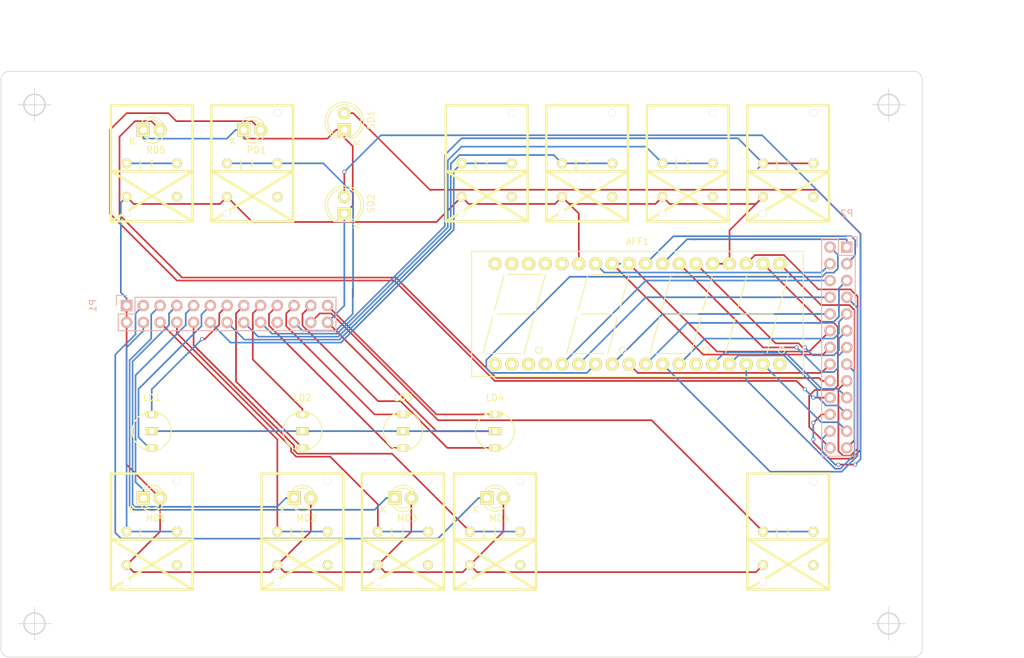
<source format=kicad_pcb>
(kicad_pcb (version 4) (host pcbnew 4.0.2+dfsg1-stable)

  (general
    (links 86)
    (no_connects 0)
    (area 97.739999 36.779999 237.540001 125.780001)
    (thickness 1.6)
    (drawings 18)
    (tracks 426)
    (zones 0)
    (modules 26)
    (nets 75)
  )

  (page A4)
  (layers
    (0 F.Cu signal)
    (31 B.Cu signal)
    (32 B.Adhes user)
    (33 F.Adhes user)
    (34 B.Paste user)
    (35 F.Paste user)
    (36 B.SilkS user)
    (37 F.SilkS user)
    (38 B.Mask user)
    (39 F.Mask user)
    (40 Dwgs.User user)
    (41 Cmts.User user)
    (42 Eco1.User user)
    (43 Eco2.User user)
    (44 Edge.Cuts user)
    (45 Margin user)
    (46 B.CrtYd user)
    (47 F.CrtYd user)
    (48 B.Fab user)
    (49 F.Fab user)
  )

  (setup
    (last_trace_width 0.25)
    (trace_clearance 0.2)
    (zone_clearance 0.508)
    (zone_45_only no)
    (trace_min 0.2)
    (segment_width 0.2)
    (edge_width 0.1)
    (via_size 0.6)
    (via_drill 0.4)
    (via_min_size 0.4)
    (via_min_drill 0.3)
    (uvia_size 0.3)
    (uvia_drill 0.1)
    (uvias_allowed no)
    (uvia_min_size 0.2)
    (uvia_min_drill 0.1)
    (pcb_text_width 0.3)
    (pcb_text_size 1.5 1.5)
    (mod_edge_width 0.15)
    (mod_text_size 1 1)
    (mod_text_width 0.15)
    (pad_size 1.5 1.5)
    (pad_drill 0.6)
    (pad_to_mask_clearance 0)
    (aux_axis_origin 0 0)
    (visible_elements FFFFE77F)
    (pcbplotparams
      (layerselection 0x00030_80000001)
      (usegerberextensions false)
      (excludeedgelayer true)
      (linewidth 0.100000)
      (plotframeref false)
      (viasonmask false)
      (mode 1)
      (useauxorigin false)
      (hpglpennumber 1)
      (hpglpenspeed 20)
      (hpglpendiameter 15)
      (hpglpenoverlay 2)
      (psnegative false)
      (psa4output false)
      (plotreference true)
      (plotvalue true)
      (plotinvisibletext false)
      (padsonsilk false)
      (subtractmaskfromsilk false)
      (outputformat 1)
      (mirror false)
      (drillshape 1)
      (scaleselection 1)
      (outputdirectory ""))
  )

  (net 0 "")
  (net 1 "Net-(AFF1-Pad1)")
  (net 2 "Net-(AFF1-Pad2)")
  (net 3 "Net-(AFF1-Pad3)")
  (net 4 "Net-(AFF1-Pad4)")
  (net 5 "Net-(AFF1-Pad5)")
  (net 6 "Net-(AFF1-Pad6)")
  (net 7 "Net-(AFF1-Pad7)")
  (net 8 "Net-(AFF1-Pad8)")
  (net 9 "Net-(AFF1-Pad9)")
  (net 10 "Net-(AFF1-Pad10)")
  (net 11 "Net-(AFF1-Pad11)")
  (net 12 "Net-(AFF1-Pad12)")
  (net 13 "Net-(AFF1-Pad13)")
  (net 14 "Net-(AFF1-Pad14)")
  (net 15 "Net-(AFF1-Pad15)")
  (net 16 "Net-(AFF1-Pad16)")
  (net 17 "Net-(AFF1-Pad17)")
  (net 18 "Net-(AFF1-Pad18)")
  (net 19 "Net-(AFF1-Pad19)")
  (net 20 "Net-(AFF1-Pad20)")
  (net 21 "Net-(AFF1-Pad21)")
  (net 22 "Net-(AFF1-Pad22)")
  (net 23 "Net-(AFF1-Pad24)")
  (net 24 "Net-(AFF1-Pad25)")
  (net 25 "Net-(AFF1-Pad26)")
  (net 26 "Net-(AFF1-Pad27)")
  (net 27 "Net-(AFF1-Pad28)")
  (net 28 "Net-(AFF1-Pad29)")
  (net 29 "Net-(AFF1-Pad30)")
  (net 30 "Net-(AFF1-Pad32)")
  (net 31 "Net-(AFF1-Pad33)")
  (net 32 "Net-(AFF1-Pad34)")
  (net 33 "Net-(AFF1-Pad35)")
  (net 34 "Net-(AFF1-Pad36)")
  (net 35 "Net-(CSW1-Pad0)")
  (net 36 "Net-(CSW1-Pad2)")
  (net 37 "Net-(JSW1-Pad0)")
  (net 38 "Net-(JSW1-Pad2)")
  (net 39 "Net-(JSW2-Pad0)")
  (net 40 "Net-(JSW2-Pad2)")
  (net 41 "Net-(JSW3-Pad0)")
  (net 42 "Net-(JSW3-Pad2)")
  (net 43 "Net-(JSW4-Pad0)")
  (net 44 "Net-(JSW4-Pad2)")
  (net 45 "Net-(LD1-Pad1)")
  (net 46 "Net-(LD1-Pad2)")
  (net 47 "Net-(LD1-Pad3)")
  (net 48 "Net-(LD2-Pad1)")
  (net 49 "Net-(LD2-Pad3)")
  (net 50 "Net-(LD3-Pad1)")
  (net 51 "Net-(LD3-Pad3)")
  (net 52 "Net-(LD4-Pad1)")
  (net 53 "Net-(LD4-Pad3)")
  (net 54 "Net-(MD1-Pad1)")
  (net 55 "Net-(MD2-Pad1)")
  (net 56 "Net-(MD3-Pad1)")
  (net 57 "Net-(MD4-Pad1)")
  (net 58 "Net-(MSW1-Pad0)")
  (net 59 "Net-(MSW1-Pad2)")
  (net 60 "Net-(MSW2-Pad0)")
  (net 61 "Net-(MSW2-Pad2)")
  (net 62 "Net-(MSW3-Pad0)")
  (net 63 "Net-(MSW3-Pad2)")
  (net 64 "Net-(MSW4-Pad0)")
  (net 65 "Net-(MSW4-Pad2)")
  (net 66 "Net-(PSW1-Pad2)")
  (net 67 "Net-(RSW1-Pad2)")
  (net 68 "Net-(P1-Pad20)")
  (net 69 "Net-(P1-Pad22)")
  (net 70 "Net-(P2-Pad18)")
  (net 71 "Net-(P2-Pad20)")
  (net 72 "Net-(P2-Pad22)")
  (net 73 "Net-(P2-Pad24)")
  (net 74 "Net-(RSW1-Pad0)")

  (net_class Default "This is the default net class."
    (clearance 0.2)
    (trace_width 0.25)
    (via_dia 0.6)
    (via_drill 0.4)
    (uvia_dia 0.3)
    (uvia_drill 0.1)
    (add_net "Net-(AFF1-Pad1)")
    (add_net "Net-(AFF1-Pad10)")
    (add_net "Net-(AFF1-Pad11)")
    (add_net "Net-(AFF1-Pad12)")
    (add_net "Net-(AFF1-Pad13)")
    (add_net "Net-(AFF1-Pad14)")
    (add_net "Net-(AFF1-Pad15)")
    (add_net "Net-(AFF1-Pad16)")
    (add_net "Net-(AFF1-Pad17)")
    (add_net "Net-(AFF1-Pad18)")
    (add_net "Net-(AFF1-Pad19)")
    (add_net "Net-(AFF1-Pad2)")
    (add_net "Net-(AFF1-Pad20)")
    (add_net "Net-(AFF1-Pad21)")
    (add_net "Net-(AFF1-Pad22)")
    (add_net "Net-(AFF1-Pad24)")
    (add_net "Net-(AFF1-Pad25)")
    (add_net "Net-(AFF1-Pad26)")
    (add_net "Net-(AFF1-Pad27)")
    (add_net "Net-(AFF1-Pad28)")
    (add_net "Net-(AFF1-Pad29)")
    (add_net "Net-(AFF1-Pad3)")
    (add_net "Net-(AFF1-Pad30)")
    (add_net "Net-(AFF1-Pad32)")
    (add_net "Net-(AFF1-Pad33)")
    (add_net "Net-(AFF1-Pad34)")
    (add_net "Net-(AFF1-Pad35)")
    (add_net "Net-(AFF1-Pad36)")
    (add_net "Net-(AFF1-Pad4)")
    (add_net "Net-(AFF1-Pad5)")
    (add_net "Net-(AFF1-Pad6)")
    (add_net "Net-(AFF1-Pad7)")
    (add_net "Net-(AFF1-Pad8)")
    (add_net "Net-(AFF1-Pad9)")
    (add_net "Net-(CSW1-Pad0)")
    (add_net "Net-(CSW1-Pad2)")
    (add_net "Net-(JSW1-Pad0)")
    (add_net "Net-(JSW1-Pad2)")
    (add_net "Net-(JSW2-Pad0)")
    (add_net "Net-(JSW2-Pad2)")
    (add_net "Net-(JSW3-Pad0)")
    (add_net "Net-(JSW3-Pad2)")
    (add_net "Net-(JSW4-Pad0)")
    (add_net "Net-(JSW4-Pad2)")
    (add_net "Net-(LD1-Pad1)")
    (add_net "Net-(LD1-Pad2)")
    (add_net "Net-(LD1-Pad3)")
    (add_net "Net-(LD2-Pad1)")
    (add_net "Net-(LD2-Pad3)")
    (add_net "Net-(LD3-Pad1)")
    (add_net "Net-(LD3-Pad3)")
    (add_net "Net-(LD4-Pad1)")
    (add_net "Net-(LD4-Pad3)")
    (add_net "Net-(MD1-Pad1)")
    (add_net "Net-(MD2-Pad1)")
    (add_net "Net-(MD3-Pad1)")
    (add_net "Net-(MD4-Pad1)")
    (add_net "Net-(MSW1-Pad0)")
    (add_net "Net-(MSW1-Pad2)")
    (add_net "Net-(MSW2-Pad0)")
    (add_net "Net-(MSW2-Pad2)")
    (add_net "Net-(MSW3-Pad0)")
    (add_net "Net-(MSW3-Pad2)")
    (add_net "Net-(MSW4-Pad0)")
    (add_net "Net-(MSW4-Pad2)")
    (add_net "Net-(P1-Pad20)")
    (add_net "Net-(P1-Pad22)")
    (add_net "Net-(P2-Pad18)")
    (add_net "Net-(P2-Pad20)")
    (add_net "Net-(P2-Pad22)")
    (add_net "Net-(P2-Pad24)")
    (add_net "Net-(PSW1-Pad2)")
    (add_net "Net-(RSW1-Pad0)")
    (add_net "Net-(RSW1-Pad2)")
  )

  (module johmue:LED-RGB-5MM_Common_Cathode (layer F.Cu) (tedit 571E8956) (tstamp 57206F58)
    (at 158.75 91.44)
    (descr "5mm common cathode RGB LED")
    (tags "RGB LED 5mm Common Cathode")
    (path /571ECDF3)
    (fp_text reference LD3 (at 0 -5.08) (layer F.SilkS)
      (effects (font (size 1 1) (thickness 0.15)))
    )
    (fp_text value Led_x2 (at 0 5.08) (layer F.Fab)
      (effects (font (size 1 1) (thickness 0.15)))
    )
    (fp_circle (center 0 0) (end 3.2 0) (layer F.CrtYd) (width 0.05))
    (fp_line (start -1.1 -2.5) (end -1.55 -2.5) (layer F.SilkS) (width 0.15))
    (fp_circle (center 0 0) (end 2.95 0) (layer F.SilkS) (width 0.15))
    (fp_line (start 1.1 -2.5) (end 1.55 -2.5) (layer F.SilkS) (width 0.15))
    (pad 1 thru_hole oval (at 0 -2.54) (size 1.905 1.1176) (drill 0.762) (layers *.Cu *.Mask F.SilkS)
      (net 50 "Net-(LD3-Pad1)"))
    (pad 2 thru_hole rect (at 0 0) (size 1.905 1.1176) (drill 0.762) (layers *.Cu *.Mask F.SilkS)
      (net 46 "Net-(LD1-Pad2)"))
    (pad 3 thru_hole oval (at 0 2.54) (size 1.905 1.1176) (drill 0.762) (layers *.Cu *.Mask F.SilkS)
      (net 51 "Net-(LD3-Pad3)"))
  )

  (module johmue:LED-RGB-5MM_Common_Cathode (layer F.Cu) (tedit 571E8956) (tstamp 57206F4D)
    (at 143.51 91.44)
    (descr "5mm common cathode RGB LED")
    (tags "RGB LED 5mm Common Cathode")
    (path /571ECD7B)
    (fp_text reference LD2 (at 0 -5.08) (layer F.SilkS)
      (effects (font (size 1 1) (thickness 0.15)))
    )
    (fp_text value Led_x2 (at 0 5.08) (layer F.Fab)
      (effects (font (size 1 1) (thickness 0.15)))
    )
    (fp_circle (center 0 0) (end 3.2 0) (layer F.CrtYd) (width 0.05))
    (fp_line (start -1.1 -2.5) (end -1.55 -2.5) (layer F.SilkS) (width 0.15))
    (fp_circle (center 0 0) (end 2.95 0) (layer F.SilkS) (width 0.15))
    (fp_line (start 1.1 -2.5) (end 1.55 -2.5) (layer F.SilkS) (width 0.15))
    (pad 1 thru_hole oval (at 0 -2.54) (size 1.905 1.1176) (drill 0.762) (layers *.Cu *.Mask F.SilkS)
      (net 48 "Net-(LD2-Pad1)"))
    (pad 2 thru_hole rect (at 0 0) (size 1.905 1.1176) (drill 0.762) (layers *.Cu *.Mask F.SilkS)
      (net 46 "Net-(LD1-Pad2)"))
    (pad 3 thru_hole oval (at 0 2.54) (size 1.905 1.1176) (drill 0.762) (layers *.Cu *.Mask F.SilkS)
      (net 49 "Net-(LD2-Pad3)"))
  )

  (module KiCad:Cx56-11 (layer F.Cu) (tedit 571D08C2) (tstamp 571E677C)
    (at 187.96 81.28)
    (descr "4x7-segments, 14 mm, Kingbright CA56-11 and CC56-11 displays")
    (tags "7-segments display")
    (path /571E64EE)
    (fp_text reference AFF1 (at 6.35 -18.62) (layer F.SilkS)
      (effects (font (size 1 1) (thickness 0.15)))
    )
    (fp_text value CA56-11EWA (at 6.35 3.38) (layer F.Fab)
      (effects (font (size 1 1) (thickness 0.15)))
    )
    (fp_line (start 31.75 2.15) (end -19.05 2.15) (layer F.CrtYd) (width 0.05))
    (fp_line (start 31.75 -17.35) (end 31.75 2.15) (layer F.CrtYd) (width 0.05))
    (fp_line (start -19.05 -17.35) (end 31.75 -17.35) (layer F.CrtYd) (width 0.05))
    (fp_line (start -19.05 2.15) (end -19.05 -17.35) (layer F.CrtYd) (width 0.05))
    (fp_line (start 31.5 1.88) (end -18.8 1.88) (layer F.SilkS) (width 0.15))
    (fp_line (start -18.8 1.88) (end -18.8 -17.12) (layer F.SilkS) (width 0.15))
    (fp_line (start -18.8 -17.12) (end 31.5 -17.12) (layer F.SilkS) (width 0.15))
    (fp_line (start 31.5 -17.12) (end 31.5 1.88) (layer F.SilkS) (width 0.15))
    (fp_line (start 21.98 -7.62) (end 26.98 -7.62) (layer F.SilkS) (width 0.15))
    (fp_line (start 20.23 -1.62) (end 25.48 -1.62) (layer F.SilkS) (width 0.15))
    (fp_line (start 27.73 -8.12) (end 29.23 -13.62) (layer F.SilkS) (width 0.15))
    (fp_line (start 25.98 -1.62) (end 27.48 -7.12) (layer F.SilkS) (width 0.15))
    (fp_line (start 21.48 -8.12) (end 22.98 -13.62) (layer F.SilkS) (width 0.15))
    (fp_line (start 19.73 -1.62) (end 21.23 -7.12) (layer F.SilkS) (width 0.15))
    (fp_line (start 23.48 -13.62) (end 28.73 -13.62) (layer F.SilkS) (width 0.15))
    (fp_line (start -14.85 -7.62) (end -9.85 -7.62) (layer F.SilkS) (width 0.15))
    (fp_line (start -16.6 -1.62) (end -11.35 -1.62) (layer F.SilkS) (width 0.15))
    (fp_line (start -9.1 -8.12) (end -7.6 -13.62) (layer F.SilkS) (width 0.15))
    (fp_line (start -10.85 -1.62) (end -9.35 -7.12) (layer F.SilkS) (width 0.15))
    (fp_line (start -15.35 -8.12) (end -13.85 -13.62) (layer F.SilkS) (width 0.15))
    (fp_line (start -17.1 -1.62) (end -15.6 -7.12) (layer F.SilkS) (width 0.15))
    (fp_line (start -13.35 -13.62) (end -8.1 -13.62) (layer F.SilkS) (width 0.15))
    (fp_line (start -0.65 -13.62) (end 4.6 -13.62) (layer F.SilkS) (width 0.15))
    (fp_line (start -4.4 -1.62) (end -2.9 -7.12) (layer F.SilkS) (width 0.15))
    (fp_line (start -2.65 -8.12) (end -1.15 -13.62) (layer F.SilkS) (width 0.15))
    (fp_line (start 1.85 -1.62) (end 3.35 -7.12) (layer F.SilkS) (width 0.15))
    (fp_line (start 3.6 -8.12) (end 5.1 -13.62) (layer F.SilkS) (width 0.15))
    (fp_line (start -3.9 -1.62) (end 1.35 -1.62) (layer F.SilkS) (width 0.15))
    (fp_line (start -2.15 -7.62) (end 2.85 -7.62) (layer F.SilkS) (width 0.15))
    (fp_line (start 16.235 -8.12) (end 17.735 -13.62) (layer F.SilkS) (width 0.15))
    (fp_line (start 11.985 -13.62) (end 17.235 -13.62) (layer F.SilkS) (width 0.15))
    (fp_line (start 9.985 -8.12) (end 11.485 -13.62) (layer F.SilkS) (width 0.15))
    (fp_line (start 10.485 -7.62) (end 15.485 -7.62) (layer F.SilkS) (width 0.15))
    (fp_line (start 8.735 -1.62) (end 13.985 -1.62) (layer F.SilkS) (width 0.15))
    (fp_line (start 8.235 -1.62) (end 9.735 -7.12) (layer F.SilkS) (width 0.15))
    (fp_line (start 14.485 -1.62) (end 15.985 -7.12) (layer F.SilkS) (width 0.15))
    (fp_circle (center 28.23 -2.12) (end 28.23 -1.62) (layer F.SilkS) (width 0.15))
    (fp_circle (center -8.6 -2.12) (end -8.6 -1.62) (layer F.SilkS) (width 0.15))
    (fp_circle (center 16.735 -2.12) (end 16.735 -1.62) (layer F.SilkS) (width 0.15))
    (fp_circle (center 4.1 -2.12) (end 4.1 -1.62) (layer F.SilkS) (width 0.15))
    (pad 1 thru_hole circle (at -15.24 0) (size 2 2) (drill 1) (layers *.Cu *.Mask F.SilkS)
      (net 1 "Net-(AFF1-Pad1)"))
    (pad 2 thru_hole circle (at -12.7 0) (size 2 2) (drill 1) (layers *.Cu *.Mask F.SilkS)
      (net 2 "Net-(AFF1-Pad2)"))
    (pad 3 thru_hole circle (at -10.16 0) (size 2 2) (drill 1) (layers *.Cu *.Mask F.SilkS)
      (net 3 "Net-(AFF1-Pad3)"))
    (pad 4 thru_hole circle (at -7.62 0) (size 2 2) (drill 1) (layers *.Cu *.Mask F.SilkS)
      (net 4 "Net-(AFF1-Pad4)"))
    (pad 5 thru_hole circle (at -5.08 0) (size 2 2) (drill 1) (layers *.Cu *.Mask F.SilkS)
      (net 5 "Net-(AFF1-Pad5)"))
    (pad 6 thru_hole circle (at -2.54 0) (size 2 2) (drill 1) (layers *.Cu *.Mask F.SilkS)
      (net 6 "Net-(AFF1-Pad6)"))
    (pad 7 thru_hole circle (at 0 0) (size 2 2) (drill 1) (layers *.Cu *.Mask F.SilkS)
      (net 7 "Net-(AFF1-Pad7)"))
    (pad 8 thru_hole circle (at 2.54 0) (size 2 2) (drill 1) (layers *.Cu *.Mask F.SilkS)
      (net 8 "Net-(AFF1-Pad8)"))
    (pad 9 thru_hole circle (at 5.08 0) (size 2 2) (drill 1) (layers *.Cu *.Mask F.SilkS)
      (net 9 "Net-(AFF1-Pad9)"))
    (pad 10 thru_hole circle (at 7.62 0) (size 2 2) (drill 1) (layers *.Cu *.Mask F.SilkS)
      (net 10 "Net-(AFF1-Pad10)"))
    (pad 11 thru_hole circle (at 10.16 0) (size 2 2) (drill 1) (layers *.Cu *.Mask F.SilkS)
      (net 11 "Net-(AFF1-Pad11)"))
    (pad 12 thru_hole circle (at 12.7 0) (size 2 2) (drill 1) (layers *.Cu *.Mask F.SilkS)
      (net 12 "Net-(AFF1-Pad12)"))
    (pad 13 thru_hole circle (at 15.24 0) (size 2 2) (drill 1) (layers *.Cu *.Mask F.SilkS)
      (net 13 "Net-(AFF1-Pad13)"))
    (pad 14 thru_hole circle (at 17.78 0) (size 2 2) (drill 1) (layers *.Cu *.Mask F.SilkS)
      (net 14 "Net-(AFF1-Pad14)"))
    (pad 15 thru_hole circle (at 20.32 0) (size 2 2) (drill 1) (layers *.Cu *.Mask F.SilkS)
      (net 15 "Net-(AFF1-Pad15)"))
    (pad 16 thru_hole circle (at 22.86 0) (size 2 2) (drill 1) (layers *.Cu *.Mask F.SilkS)
      (net 16 "Net-(AFF1-Pad16)"))
    (pad 17 thru_hole circle (at 25.4 0) (size 2 2) (drill 1) (layers *.Cu *.Mask F.SilkS)
      (net 17 "Net-(AFF1-Pad17)"))
    (pad 18 thru_hole circle (at 27.94 0) (size 2 2) (drill 1) (layers *.Cu *.Mask F.SilkS)
      (net 18 "Net-(AFF1-Pad18)"))
    (pad 19 thru_hole circle (at 27.94 -15.24) (size 2 2) (drill 1) (layers *.Cu *.Mask F.SilkS)
      (net 19 "Net-(AFF1-Pad19)"))
    (pad 20 thru_hole circle (at 25.4 -15.24) (size 2 2) (drill 1) (layers *.Cu *.Mask F.SilkS)
      (net 20 "Net-(AFF1-Pad20)"))
    (pad 21 thru_hole circle (at 22.86 -15.24) (size 2 2) (drill 1) (layers *.Cu *.Mask F.SilkS)
      (net 21 "Net-(AFF1-Pad21)"))
    (pad 22 thru_hole circle (at 20.32 -15.24) (size 2 2) (drill 1) (layers *.Cu *.Mask F.SilkS)
      (net 22 "Net-(AFF1-Pad22)"))
    (pad 23 thru_hole circle (at 17.78 -15.24) (size 2 2) (drill 1) (layers *.Cu *.Mask F.SilkS)
      (net 22 "Net-(AFF1-Pad22)"))
    (pad 24 thru_hole circle (at 15.24 -15.24) (size 2 2) (drill 1) (layers *.Cu *.Mask F.SilkS)
      (net 23 "Net-(AFF1-Pad24)"))
    (pad 25 thru_hole circle (at 12.7 -15.24) (size 2 2) (drill 1) (layers *.Cu *.Mask F.SilkS)
      (net 24 "Net-(AFF1-Pad25)"))
    (pad 26 thru_hole circle (at 10.16 -15.24) (size 2 2) (drill 1) (layers *.Cu *.Mask F.SilkS)
      (net 25 "Net-(AFF1-Pad26)"))
    (pad 27 thru_hole circle (at 7.62 -15.24) (size 2 2) (drill 1) (layers *.Cu *.Mask F.SilkS)
      (net 26 "Net-(AFF1-Pad27)"))
    (pad 28 thru_hole circle (at 5.08 -15.24) (size 2 2) (drill 1) (layers *.Cu *.Mask F.SilkS)
      (net 27 "Net-(AFF1-Pad28)"))
    (pad 29 thru_hole circle (at 2.54 -15.24) (size 2 2) (drill 1) (layers *.Cu *.Mask F.SilkS)
      (net 28 "Net-(AFF1-Pad29)"))
    (pad 30 thru_hole circle (at 0 -15.24) (size 2 2) (drill 1) (layers *.Cu *.Mask F.SilkS)
      (net 29 "Net-(AFF1-Pad30)"))
    (pad 31 thru_hole circle (at -2.54 -15.24) (size 2 2) (drill 1) (layers *.Cu *.Mask F.SilkS)
      (net 22 "Net-(AFF1-Pad22)"))
    (pad 32 thru_hole circle (at -5.08 -15.24) (size 2 2) (drill 1) (layers *.Cu *.Mask F.SilkS)
      (net 30 "Net-(AFF1-Pad32)"))
    (pad 33 thru_hole circle (at -7.62 -15.24) (size 2 2) (drill 1) (layers *.Cu *.Mask F.SilkS)
      (net 31 "Net-(AFF1-Pad33)"))
    (pad 34 thru_hole circle (at -10.16 -15.24) (size 2 2) (drill 1) (layers *.Cu *.Mask F.SilkS)
      (net 32 "Net-(AFF1-Pad34)"))
    (pad 35 thru_hole circle (at -12.7 -15.24) (size 2 2) (drill 1) (layers *.Cu *.Mask F.SilkS)
      (net 33 "Net-(AFF1-Pad35)"))
    (pad 36 thru_hole circle (at -15.24 -15.24) (size 2 2) (drill 1) (layers *.Cu *.Mask F.SilkS)
      (net 34 "Net-(AFF1-Pad36)"))
    (model Displays_7-Segment.3dshapes/Cx56-12.wrl
      (at (xyz 0.254 0.3 0.03937))
      (scale (xyz 0.393701 0.393701 0.393701))
      (rotate (xyz 0 0 0))
    )
  )

  (module kicad-libraries:SW-DIGITAST_modified (layer F.Cu) (tedit 571E685E) (tstamp 571E8105)
    (at 217.17 106.68 270)
    (path /571E946B)
    (fp_text reference CSW1 (at 0 0 270) (layer F.SilkS)
      (effects (font (size 0.29972 0.29972) (thickness 0.0762)))
    )
    (fp_text value DIGITAST (at 0.29972 1.69926 270) (layer F.SilkS)
      (effects (font (size 0.29972 0.29972) (thickness 0.0762)))
    )
    (fp_line (start 1.19888 -6.20014) (end 8.8011 6.20014) (layer F.SilkS) (width 0.381))
    (fp_line (start 1.19888 6.10108) (end 8.8011 -6.20014) (layer F.SilkS) (width 0.381))
    (fp_line (start 1.19888 -6.20014) (end 1.19888 6.20014) (layer F.SilkS) (width 0.381))
    (fp_line (start -8.8011 -6.20014) (end 8.8011 -6.20014) (layer F.SilkS) (width 0.381))
    (fp_line (start 8.8011 -6.20014) (end 8.8011 6.20014) (layer F.SilkS) (width 0.381))
    (fp_line (start 8.8011 6.20014) (end -8.8011 6.20014) (layer F.SilkS) (width 0.381))
    (fp_line (start -8.8011 6.20014) (end -8.8011 -6.20014) (layer F.SilkS) (width 0.381))
    (pad "" thru_hole circle (at 7.62 3.81 270) (size 1.09982 1.09982) (drill 1.09982) (layers *.Cu *.Mask F.SilkS))
    (pad "" thru_hole circle (at -7.62 -3.81 270) (size 1.09982 1.09982) (drill 1.09982) (layers *.Cu *.Mask F.SilkS))
    (pad 0 thru_hole circle (at 0 -3.81 270) (size 1.50114 1.50114) (drill 0.8001) (layers *.Cu *.Mask F.SilkS)
      (net 35 "Net-(CSW1-Pad0)"))
    (pad 0 thru_hole circle (at 0 3.81 270) (size 1.50114 1.50114) (drill 0.8001) (layers *.Cu *.Mask F.SilkS)
      (net 35 "Net-(CSW1-Pad0)"))
    (pad 2 thru_hole circle (at 5.08 -3.81 270) (size 1.50114 1.50114) (drill 0.8001) (layers *.Cu *.Mask F.SilkS)
      (net 36 "Net-(CSW1-Pad2)"))
    (pad 1 thru_hole circle (at 5.08 3.81 270) (size 1.50114 1.50114) (drill 0.8001) (layers *.Cu *.Mask F.SilkS)
      (net 22 "Net-(AFF1-Pad22)"))
  )

  (module kicad-libraries:SW-DIGITAST_modified (layer F.Cu) (tedit 571E685E) (tstamp 571E8116)
    (at 171.45 50.8 270)
    (path /571E6726)
    (fp_text reference JSW1 (at 0 0 270) (layer F.SilkS)
      (effects (font (size 0.29972 0.29972) (thickness 0.0762)))
    )
    (fp_text value DIGITAST (at 0.29972 1.69926 270) (layer F.SilkS)
      (effects (font (size 0.29972 0.29972) (thickness 0.0762)))
    )
    (fp_line (start 1.19888 -6.20014) (end 8.8011 6.20014) (layer F.SilkS) (width 0.381))
    (fp_line (start 1.19888 6.10108) (end 8.8011 -6.20014) (layer F.SilkS) (width 0.381))
    (fp_line (start 1.19888 -6.20014) (end 1.19888 6.20014) (layer F.SilkS) (width 0.381))
    (fp_line (start -8.8011 -6.20014) (end 8.8011 -6.20014) (layer F.SilkS) (width 0.381))
    (fp_line (start 8.8011 -6.20014) (end 8.8011 6.20014) (layer F.SilkS) (width 0.381))
    (fp_line (start 8.8011 6.20014) (end -8.8011 6.20014) (layer F.SilkS) (width 0.381))
    (fp_line (start -8.8011 6.20014) (end -8.8011 -6.20014) (layer F.SilkS) (width 0.381))
    (pad "" thru_hole circle (at 7.62 3.81 270) (size 1.09982 1.09982) (drill 1.09982) (layers *.Cu *.Mask F.SilkS))
    (pad "" thru_hole circle (at -7.62 -3.81 270) (size 1.09982 1.09982) (drill 1.09982) (layers *.Cu *.Mask F.SilkS))
    (pad 0 thru_hole circle (at 0 -3.81 270) (size 1.50114 1.50114) (drill 0.8001) (layers *.Cu *.Mask F.SilkS)
      (net 37 "Net-(JSW1-Pad0)"))
    (pad 0 thru_hole circle (at 0 3.81 270) (size 1.50114 1.50114) (drill 0.8001) (layers *.Cu *.Mask F.SilkS)
      (net 37 "Net-(JSW1-Pad0)"))
    (pad 2 thru_hole circle (at 5.08 -3.81 270) (size 1.50114 1.50114) (drill 0.8001) (layers *.Cu *.Mask F.SilkS)
      (net 38 "Net-(JSW1-Pad2)"))
    (pad 1 thru_hole circle (at 5.08 3.81 270) (size 1.50114 1.50114) (drill 0.8001) (layers *.Cu *.Mask F.SilkS)
      (net 22 "Net-(AFF1-Pad22)"))
  )

  (module kicad-libraries:SW-DIGITAST_modified (layer F.Cu) (tedit 571E685E) (tstamp 571E8127)
    (at 186.69 50.8 270)
    (path /571E6C9B)
    (fp_text reference JSW2 (at 0 0 270) (layer F.SilkS)
      (effects (font (size 0.29972 0.29972) (thickness 0.0762)))
    )
    (fp_text value DIGITAST (at 0.29972 1.69926 270) (layer F.SilkS)
      (effects (font (size 0.29972 0.29972) (thickness 0.0762)))
    )
    (fp_line (start 1.19888 -6.20014) (end 8.8011 6.20014) (layer F.SilkS) (width 0.381))
    (fp_line (start 1.19888 6.10108) (end 8.8011 -6.20014) (layer F.SilkS) (width 0.381))
    (fp_line (start 1.19888 -6.20014) (end 1.19888 6.20014) (layer F.SilkS) (width 0.381))
    (fp_line (start -8.8011 -6.20014) (end 8.8011 -6.20014) (layer F.SilkS) (width 0.381))
    (fp_line (start 8.8011 -6.20014) (end 8.8011 6.20014) (layer F.SilkS) (width 0.381))
    (fp_line (start 8.8011 6.20014) (end -8.8011 6.20014) (layer F.SilkS) (width 0.381))
    (fp_line (start -8.8011 6.20014) (end -8.8011 -6.20014) (layer F.SilkS) (width 0.381))
    (pad "" thru_hole circle (at 7.62 3.81 270) (size 1.09982 1.09982) (drill 1.09982) (layers *.Cu *.Mask F.SilkS))
    (pad "" thru_hole circle (at -7.62 -3.81 270) (size 1.09982 1.09982) (drill 1.09982) (layers *.Cu *.Mask F.SilkS))
    (pad 0 thru_hole circle (at 0 -3.81 270) (size 1.50114 1.50114) (drill 0.8001) (layers *.Cu *.Mask F.SilkS)
      (net 39 "Net-(JSW2-Pad0)"))
    (pad 0 thru_hole circle (at 0 3.81 270) (size 1.50114 1.50114) (drill 0.8001) (layers *.Cu *.Mask F.SilkS)
      (net 39 "Net-(JSW2-Pad0)"))
    (pad 2 thru_hole circle (at 5.08 -3.81 270) (size 1.50114 1.50114) (drill 0.8001) (layers *.Cu *.Mask F.SilkS)
      (net 40 "Net-(JSW2-Pad2)"))
    (pad 1 thru_hole circle (at 5.08 3.81 270) (size 1.50114 1.50114) (drill 0.8001) (layers *.Cu *.Mask F.SilkS)
      (net 22 "Net-(AFF1-Pad22)"))
  )

  (module kicad-libraries:SW-DIGITAST_modified (layer F.Cu) (tedit 571E685E) (tstamp 571E8138)
    (at 201.93 50.8 270)
    (path /571E7228)
    (fp_text reference JSW3 (at 0 0 270) (layer F.SilkS)
      (effects (font (size 0.29972 0.29972) (thickness 0.0762)))
    )
    (fp_text value DIGITAST (at 0.29972 1.69926 270) (layer F.SilkS)
      (effects (font (size 0.29972 0.29972) (thickness 0.0762)))
    )
    (fp_line (start 1.19888 -6.20014) (end 8.8011 6.20014) (layer F.SilkS) (width 0.381))
    (fp_line (start 1.19888 6.10108) (end 8.8011 -6.20014) (layer F.SilkS) (width 0.381))
    (fp_line (start 1.19888 -6.20014) (end 1.19888 6.20014) (layer F.SilkS) (width 0.381))
    (fp_line (start -8.8011 -6.20014) (end 8.8011 -6.20014) (layer F.SilkS) (width 0.381))
    (fp_line (start 8.8011 -6.20014) (end 8.8011 6.20014) (layer F.SilkS) (width 0.381))
    (fp_line (start 8.8011 6.20014) (end -8.8011 6.20014) (layer F.SilkS) (width 0.381))
    (fp_line (start -8.8011 6.20014) (end -8.8011 -6.20014) (layer F.SilkS) (width 0.381))
    (pad "" thru_hole circle (at 7.62 3.81 270) (size 1.09982 1.09982) (drill 1.09982) (layers *.Cu *.Mask F.SilkS))
    (pad "" thru_hole circle (at -7.62 -3.81 270) (size 1.09982 1.09982) (drill 1.09982) (layers *.Cu *.Mask F.SilkS))
    (pad 0 thru_hole circle (at 0 -3.81 270) (size 1.50114 1.50114) (drill 0.8001) (layers *.Cu *.Mask F.SilkS)
      (net 41 "Net-(JSW3-Pad0)"))
    (pad 0 thru_hole circle (at 0 3.81 270) (size 1.50114 1.50114) (drill 0.8001) (layers *.Cu *.Mask F.SilkS)
      (net 41 "Net-(JSW3-Pad0)"))
    (pad 2 thru_hole circle (at 5.08 -3.81 270) (size 1.50114 1.50114) (drill 0.8001) (layers *.Cu *.Mask F.SilkS)
      (net 42 "Net-(JSW3-Pad2)"))
    (pad 1 thru_hole circle (at 5.08 3.81 270) (size 1.50114 1.50114) (drill 0.8001) (layers *.Cu *.Mask F.SilkS)
      (net 22 "Net-(AFF1-Pad22)"))
  )

  (module kicad-libraries:SW-DIGITAST_modified (layer F.Cu) (tedit 571E685E) (tstamp 571E8149)
    (at 217.17 50.8 270)
    (path /571E7268)
    (fp_text reference JSW4 (at 0 0 270) (layer F.SilkS)
      (effects (font (size 0.29972 0.29972) (thickness 0.0762)))
    )
    (fp_text value DIGITAST (at 0.29972 1.69926 270) (layer F.SilkS)
      (effects (font (size 0.29972 0.29972) (thickness 0.0762)))
    )
    (fp_line (start 1.19888 -6.20014) (end 8.8011 6.20014) (layer F.SilkS) (width 0.381))
    (fp_line (start 1.19888 6.10108) (end 8.8011 -6.20014) (layer F.SilkS) (width 0.381))
    (fp_line (start 1.19888 -6.20014) (end 1.19888 6.20014) (layer F.SilkS) (width 0.381))
    (fp_line (start -8.8011 -6.20014) (end 8.8011 -6.20014) (layer F.SilkS) (width 0.381))
    (fp_line (start 8.8011 -6.20014) (end 8.8011 6.20014) (layer F.SilkS) (width 0.381))
    (fp_line (start 8.8011 6.20014) (end -8.8011 6.20014) (layer F.SilkS) (width 0.381))
    (fp_line (start -8.8011 6.20014) (end -8.8011 -6.20014) (layer F.SilkS) (width 0.381))
    (pad "" thru_hole circle (at 7.62 3.81 270) (size 1.09982 1.09982) (drill 1.09982) (layers *.Cu *.Mask F.SilkS))
    (pad "" thru_hole circle (at -7.62 -3.81 270) (size 1.09982 1.09982) (drill 1.09982) (layers *.Cu *.Mask F.SilkS))
    (pad 0 thru_hole circle (at 0 -3.81 270) (size 1.50114 1.50114) (drill 0.8001) (layers *.Cu *.Mask F.SilkS)
      (net 43 "Net-(JSW4-Pad0)"))
    (pad 0 thru_hole circle (at 0 3.81 270) (size 1.50114 1.50114) (drill 0.8001) (layers *.Cu *.Mask F.SilkS)
      (net 43 "Net-(JSW4-Pad0)"))
    (pad 2 thru_hole circle (at 5.08 -3.81 270) (size 1.50114 1.50114) (drill 0.8001) (layers *.Cu *.Mask F.SilkS)
      (net 44 "Net-(JSW4-Pad2)"))
    (pad 1 thru_hole circle (at 5.08 3.81 270) (size 1.50114 1.50114) (drill 0.8001) (layers *.Cu *.Mask F.SilkS)
      (net 22 "Net-(AFF1-Pad22)"))
  )

  (module LEDs:LED-3MM (layer F.Cu) (tedit 559B82F6) (tstamp 571E8186)
    (at 119.38 101.6)
    (descr "LED 3mm round vertical")
    (tags "LED  3mm round vertical")
    (path /571EA558)
    (fp_text reference MD1 (at 1.91 3.06) (layer F.SilkS)
      (effects (font (size 1 1) (thickness 0.15)))
    )
    (fp_text value LED (at 1.3 -2.9) (layer F.Fab)
      (effects (font (size 1 1) (thickness 0.15)))
    )
    (fp_line (start -1.2 2.3) (end 3.8 2.3) (layer F.CrtYd) (width 0.05))
    (fp_line (start 3.8 2.3) (end 3.8 -2.2) (layer F.CrtYd) (width 0.05))
    (fp_line (start 3.8 -2.2) (end -1.2 -2.2) (layer F.CrtYd) (width 0.05))
    (fp_line (start -1.2 -2.2) (end -1.2 2.3) (layer F.CrtYd) (width 0.05))
    (fp_line (start -0.199 1.314) (end -0.199 1.114) (layer F.SilkS) (width 0.15))
    (fp_line (start -0.199 -1.28) (end -0.199 -1.1) (layer F.SilkS) (width 0.15))
    (fp_arc (start 1.301 0.034) (end -0.199 -1.286) (angle 108.5) (layer F.SilkS) (width 0.15))
    (fp_arc (start 1.301 0.034) (end 0.25 -1.1) (angle 85.7) (layer F.SilkS) (width 0.15))
    (fp_arc (start 1.311 0.034) (end 3.051 0.994) (angle 110) (layer F.SilkS) (width 0.15))
    (fp_arc (start 1.301 0.034) (end 2.335 1.094) (angle 87.5) (layer F.SilkS) (width 0.15))
    (fp_text user K (at -1.69 1.74) (layer F.SilkS)
      (effects (font (size 1 1) (thickness 0.15)))
    )
    (pad 1 thru_hole rect (at 0 0 90) (size 2 2) (drill 1.00076) (layers *.Cu *.Mask F.SilkS)
      (net 54 "Net-(MD1-Pad1)"))
    (pad 2 thru_hole circle (at 2.54 0) (size 2 2) (drill 1.00076) (layers *.Cu *.Mask F.SilkS)
      (net 22 "Net-(AFF1-Pad22)"))
    (model LEDs.3dshapes/LED-3MM.wrl
      (at (xyz 0.05 0 0))
      (scale (xyz 1 1 1))
      (rotate (xyz 0 0 90))
    )
  )

  (module LEDs:LED-3MM (layer F.Cu) (tedit 559B82F6) (tstamp 571E8197)
    (at 142.24 101.6)
    (descr "LED 3mm round vertical")
    (tags "LED  3mm round vertical")
    (path /571EA5FC)
    (fp_text reference MD2 (at 1.91 3.06) (layer F.SilkS)
      (effects (font (size 1 1) (thickness 0.15)))
    )
    (fp_text value LED (at 1.3 -2.9) (layer F.Fab)
      (effects (font (size 1 1) (thickness 0.15)))
    )
    (fp_line (start -1.2 2.3) (end 3.8 2.3) (layer F.CrtYd) (width 0.05))
    (fp_line (start 3.8 2.3) (end 3.8 -2.2) (layer F.CrtYd) (width 0.05))
    (fp_line (start 3.8 -2.2) (end -1.2 -2.2) (layer F.CrtYd) (width 0.05))
    (fp_line (start -1.2 -2.2) (end -1.2 2.3) (layer F.CrtYd) (width 0.05))
    (fp_line (start -0.199 1.314) (end -0.199 1.114) (layer F.SilkS) (width 0.15))
    (fp_line (start -0.199 -1.28) (end -0.199 -1.1) (layer F.SilkS) (width 0.15))
    (fp_arc (start 1.301 0.034) (end -0.199 -1.286) (angle 108.5) (layer F.SilkS) (width 0.15))
    (fp_arc (start 1.301 0.034) (end 0.25 -1.1) (angle 85.7) (layer F.SilkS) (width 0.15))
    (fp_arc (start 1.311 0.034) (end 3.051 0.994) (angle 110) (layer F.SilkS) (width 0.15))
    (fp_arc (start 1.301 0.034) (end 2.335 1.094) (angle 87.5) (layer F.SilkS) (width 0.15))
    (fp_text user K (at -1.69 1.74) (layer F.SilkS)
      (effects (font (size 1 1) (thickness 0.15)))
    )
    (pad 1 thru_hole rect (at 0 0 90) (size 2 2) (drill 1.00076) (layers *.Cu *.Mask F.SilkS)
      (net 55 "Net-(MD2-Pad1)"))
    (pad 2 thru_hole circle (at 2.54 0) (size 2 2) (drill 1.00076) (layers *.Cu *.Mask F.SilkS)
      (net 22 "Net-(AFF1-Pad22)"))
    (model LEDs.3dshapes/LED-3MM.wrl
      (at (xyz 0.05 0 0))
      (scale (xyz 1 1 1))
      (rotate (xyz 0 0 90))
    )
  )

  (module LEDs:LED-3MM (layer F.Cu) (tedit 559B82F6) (tstamp 571E81A8)
    (at 157.48 101.6)
    (descr "LED 3mm round vertical")
    (tags "LED  3mm round vertical")
    (path /571EA65A)
    (fp_text reference MD3 (at 1.91 3.06) (layer F.SilkS)
      (effects (font (size 1 1) (thickness 0.15)))
    )
    (fp_text value LED (at 1.3 -2.9) (layer F.Fab)
      (effects (font (size 1 1) (thickness 0.15)))
    )
    (fp_line (start -1.2 2.3) (end 3.8 2.3) (layer F.CrtYd) (width 0.05))
    (fp_line (start 3.8 2.3) (end 3.8 -2.2) (layer F.CrtYd) (width 0.05))
    (fp_line (start 3.8 -2.2) (end -1.2 -2.2) (layer F.CrtYd) (width 0.05))
    (fp_line (start -1.2 -2.2) (end -1.2 2.3) (layer F.CrtYd) (width 0.05))
    (fp_line (start -0.199 1.314) (end -0.199 1.114) (layer F.SilkS) (width 0.15))
    (fp_line (start -0.199 -1.28) (end -0.199 -1.1) (layer F.SilkS) (width 0.15))
    (fp_arc (start 1.301 0.034) (end -0.199 -1.286) (angle 108.5) (layer F.SilkS) (width 0.15))
    (fp_arc (start 1.301 0.034) (end 0.25 -1.1) (angle 85.7) (layer F.SilkS) (width 0.15))
    (fp_arc (start 1.311 0.034) (end 3.051 0.994) (angle 110) (layer F.SilkS) (width 0.15))
    (fp_arc (start 1.301 0.034) (end 2.335 1.094) (angle 87.5) (layer F.SilkS) (width 0.15))
    (fp_text user K (at -1.69 1.74) (layer F.SilkS)
      (effects (font (size 1 1) (thickness 0.15)))
    )
    (pad 1 thru_hole rect (at 0 0 90) (size 2 2) (drill 1.00076) (layers *.Cu *.Mask F.SilkS)
      (net 56 "Net-(MD3-Pad1)"))
    (pad 2 thru_hole circle (at 2.54 0) (size 2 2) (drill 1.00076) (layers *.Cu *.Mask F.SilkS)
      (net 22 "Net-(AFF1-Pad22)"))
    (model LEDs.3dshapes/LED-3MM.wrl
      (at (xyz 0.05 0 0))
      (scale (xyz 1 1 1))
      (rotate (xyz 0 0 90))
    )
  )

  (module LEDs:LED-3MM (layer F.Cu) (tedit 559B82F6) (tstamp 571E81B9)
    (at 171.45 101.6)
    (descr "LED 3mm round vertical")
    (tags "LED  3mm round vertical")
    (path /571EA6B5)
    (fp_text reference MD4 (at 1.91 3.06) (layer F.SilkS)
      (effects (font (size 1 1) (thickness 0.15)))
    )
    (fp_text value LED (at 1.3 -2.9) (layer F.Fab)
      (effects (font (size 1 1) (thickness 0.15)))
    )
    (fp_line (start -1.2 2.3) (end 3.8 2.3) (layer F.CrtYd) (width 0.05))
    (fp_line (start 3.8 2.3) (end 3.8 -2.2) (layer F.CrtYd) (width 0.05))
    (fp_line (start 3.8 -2.2) (end -1.2 -2.2) (layer F.CrtYd) (width 0.05))
    (fp_line (start -1.2 -2.2) (end -1.2 2.3) (layer F.CrtYd) (width 0.05))
    (fp_line (start -0.199 1.314) (end -0.199 1.114) (layer F.SilkS) (width 0.15))
    (fp_line (start -0.199 -1.28) (end -0.199 -1.1) (layer F.SilkS) (width 0.15))
    (fp_arc (start 1.301 0.034) (end -0.199 -1.286) (angle 108.5) (layer F.SilkS) (width 0.15))
    (fp_arc (start 1.301 0.034) (end 0.25 -1.1) (angle 85.7) (layer F.SilkS) (width 0.15))
    (fp_arc (start 1.311 0.034) (end 3.051 0.994) (angle 110) (layer F.SilkS) (width 0.15))
    (fp_arc (start 1.301 0.034) (end 2.335 1.094) (angle 87.5) (layer F.SilkS) (width 0.15))
    (fp_text user K (at -1.69 1.74) (layer F.SilkS)
      (effects (font (size 1 1) (thickness 0.15)))
    )
    (pad 1 thru_hole rect (at 0 0 90) (size 2 2) (drill 1.00076) (layers *.Cu *.Mask F.SilkS)
      (net 57 "Net-(MD4-Pad1)"))
    (pad 2 thru_hole circle (at 2.54 0) (size 2 2) (drill 1.00076) (layers *.Cu *.Mask F.SilkS)
      (net 22 "Net-(AFF1-Pad22)"))
    (model LEDs.3dshapes/LED-3MM.wrl
      (at (xyz 0.05 0 0))
      (scale (xyz 1 1 1))
      (rotate (xyz 0 0 90))
    )
  )

  (module kicad-libraries:SW-DIGITAST_modified (layer F.Cu) (tedit 571E8583) (tstamp 571E81CA)
    (at 120.65 106.68 270)
    (path /571E80E4)
    (fp_text reference MSW1 (at -2.54 -1.27 270) (layer F.SilkS)
      (effects (font (size 0.29972 0.29972) (thickness 0.0762)))
    )
    (fp_text value DIGITAST (at 0.29972 1.69926 270) (layer F.SilkS)
      (effects (font (size 0.29972 0.29972) (thickness 0.0762)))
    )
    (fp_line (start 1.19888 -6.20014) (end 8.8011 6.20014) (layer F.SilkS) (width 0.381))
    (fp_line (start 1.19888 6.10108) (end 8.8011 -6.20014) (layer F.SilkS) (width 0.381))
    (fp_line (start 1.19888 -6.20014) (end 1.19888 6.20014) (layer F.SilkS) (width 0.381))
    (fp_line (start -8.8011 -6.20014) (end 8.8011 -6.20014) (layer F.SilkS) (width 0.381))
    (fp_line (start 8.8011 -6.20014) (end 8.8011 6.20014) (layer F.SilkS) (width 0.381))
    (fp_line (start 8.8011 6.20014) (end -8.8011 6.20014) (layer F.SilkS) (width 0.381))
    (fp_line (start -8.8011 6.20014) (end -8.8011 -6.20014) (layer F.SilkS) (width 0.381))
    (pad "" thru_hole circle (at 7.62 3.81 270) (size 1.09982 1.09982) (drill 1.09982) (layers *.Cu *.Mask F.SilkS))
    (pad "" thru_hole circle (at -7.62 -3.81 270) (size 1.09982 1.09982) (drill 1.09982) (layers *.Cu *.Mask F.SilkS))
    (pad 0 thru_hole circle (at 0 -3.81 270) (size 1.50114 1.50114) (drill 0.8001) (layers *.Cu *.Mask F.SilkS)
      (net 58 "Net-(MSW1-Pad0)"))
    (pad 0 thru_hole circle (at 0 3.81 270) (size 1.50114 1.50114) (drill 0.8001) (layers *.Cu *.Mask F.SilkS)
      (net 58 "Net-(MSW1-Pad0)"))
    (pad 2 thru_hole circle (at 5.08 -3.81 270) (size 1.50114 1.50114) (drill 0.8001) (layers *.Cu *.Mask F.SilkS)
      (net 59 "Net-(MSW1-Pad2)"))
    (pad 1 thru_hole circle (at 5.08 3.81 270) (size 1.50114 1.50114) (drill 0.8001) (layers *.Cu *.Mask F.SilkS)
      (net 22 "Net-(AFF1-Pad22)"))
  )

  (module kicad-libraries:SW-DIGITAST_modified (layer F.Cu) (tedit 571E685E) (tstamp 571E81DB)
    (at 143.51 106.68 270)
    (path /571E80EA)
    (fp_text reference MSW2 (at 0 0 270) (layer F.SilkS)
      (effects (font (size 0.29972 0.29972) (thickness 0.0762)))
    )
    (fp_text value DIGITAST (at 0.29972 1.69926 270) (layer F.SilkS)
      (effects (font (size 0.29972 0.29972) (thickness 0.0762)))
    )
    (fp_line (start 1.19888 -6.20014) (end 8.8011 6.20014) (layer F.SilkS) (width 0.381))
    (fp_line (start 1.19888 6.10108) (end 8.8011 -6.20014) (layer F.SilkS) (width 0.381))
    (fp_line (start 1.19888 -6.20014) (end 1.19888 6.20014) (layer F.SilkS) (width 0.381))
    (fp_line (start -8.8011 -6.20014) (end 8.8011 -6.20014) (layer F.SilkS) (width 0.381))
    (fp_line (start 8.8011 -6.20014) (end 8.8011 6.20014) (layer F.SilkS) (width 0.381))
    (fp_line (start 8.8011 6.20014) (end -8.8011 6.20014) (layer F.SilkS) (width 0.381))
    (fp_line (start -8.8011 6.20014) (end -8.8011 -6.20014) (layer F.SilkS) (width 0.381))
    (pad "" thru_hole circle (at 7.62 3.81 270) (size 1.09982 1.09982) (drill 1.09982) (layers *.Cu *.Mask F.SilkS))
    (pad "" thru_hole circle (at -7.62 -3.81 270) (size 1.09982 1.09982) (drill 1.09982) (layers *.Cu *.Mask F.SilkS))
    (pad 0 thru_hole circle (at 0 -3.81 270) (size 1.50114 1.50114) (drill 0.8001) (layers *.Cu *.Mask F.SilkS)
      (net 60 "Net-(MSW2-Pad0)"))
    (pad 0 thru_hole circle (at 0 3.81 270) (size 1.50114 1.50114) (drill 0.8001) (layers *.Cu *.Mask F.SilkS)
      (net 60 "Net-(MSW2-Pad0)"))
    (pad 2 thru_hole circle (at 5.08 -3.81 270) (size 1.50114 1.50114) (drill 0.8001) (layers *.Cu *.Mask F.SilkS)
      (net 61 "Net-(MSW2-Pad2)"))
    (pad 1 thru_hole circle (at 5.08 3.81 270) (size 1.50114 1.50114) (drill 0.8001) (layers *.Cu *.Mask F.SilkS)
      (net 22 "Net-(AFF1-Pad22)"))
  )

  (module kicad-libraries:SW-DIGITAST_modified (layer F.Cu) (tedit 571E685E) (tstamp 571E81EC)
    (at 158.75 106.68 270)
    (path /571E80F0)
    (fp_text reference MSW3 (at 0 0 270) (layer F.SilkS)
      (effects (font (size 0.29972 0.29972) (thickness 0.0762)))
    )
    (fp_text value DIGITAST (at 0.29972 1.69926 270) (layer F.SilkS)
      (effects (font (size 0.29972 0.29972) (thickness 0.0762)))
    )
    (fp_line (start 1.19888 -6.20014) (end 8.8011 6.20014) (layer F.SilkS) (width 0.381))
    (fp_line (start 1.19888 6.10108) (end 8.8011 -6.20014) (layer F.SilkS) (width 0.381))
    (fp_line (start 1.19888 -6.20014) (end 1.19888 6.20014) (layer F.SilkS) (width 0.381))
    (fp_line (start -8.8011 -6.20014) (end 8.8011 -6.20014) (layer F.SilkS) (width 0.381))
    (fp_line (start 8.8011 -6.20014) (end 8.8011 6.20014) (layer F.SilkS) (width 0.381))
    (fp_line (start 8.8011 6.20014) (end -8.8011 6.20014) (layer F.SilkS) (width 0.381))
    (fp_line (start -8.8011 6.20014) (end -8.8011 -6.20014) (layer F.SilkS) (width 0.381))
    (pad "" thru_hole circle (at 7.62 3.81 270) (size 1.09982 1.09982) (drill 1.09982) (layers *.Cu *.Mask F.SilkS))
    (pad "" thru_hole circle (at -7.62 -3.81 270) (size 1.09982 1.09982) (drill 1.09982) (layers *.Cu *.Mask F.SilkS))
    (pad 0 thru_hole circle (at 0 -3.81 270) (size 1.50114 1.50114) (drill 0.8001) (layers *.Cu *.Mask F.SilkS)
      (net 62 "Net-(MSW3-Pad0)"))
    (pad 0 thru_hole circle (at 0 3.81 270) (size 1.50114 1.50114) (drill 0.8001) (layers *.Cu *.Mask F.SilkS)
      (net 62 "Net-(MSW3-Pad0)"))
    (pad 2 thru_hole circle (at 5.08 -3.81 270) (size 1.50114 1.50114) (drill 0.8001) (layers *.Cu *.Mask F.SilkS)
      (net 63 "Net-(MSW3-Pad2)"))
    (pad 1 thru_hole circle (at 5.08 3.81 270) (size 1.50114 1.50114) (drill 0.8001) (layers *.Cu *.Mask F.SilkS)
      (net 22 "Net-(AFF1-Pad22)"))
  )

  (module kicad-libraries:SW-DIGITAST_modified (layer F.Cu) (tedit 571E685E) (tstamp 571E81FD)
    (at 172.72 106.68 270)
    (path /571E80F6)
    (fp_text reference MSW4 (at 0 0 270) (layer F.SilkS)
      (effects (font (size 0.29972 0.29972) (thickness 0.0762)))
    )
    (fp_text value DIGITAST (at 0.29972 1.69926 270) (layer F.SilkS)
      (effects (font (size 0.29972 0.29972) (thickness 0.0762)))
    )
    (fp_line (start 1.19888 -6.20014) (end 8.8011 6.20014) (layer F.SilkS) (width 0.381))
    (fp_line (start 1.19888 6.10108) (end 8.8011 -6.20014) (layer F.SilkS) (width 0.381))
    (fp_line (start 1.19888 -6.20014) (end 1.19888 6.20014) (layer F.SilkS) (width 0.381))
    (fp_line (start -8.8011 -6.20014) (end 8.8011 -6.20014) (layer F.SilkS) (width 0.381))
    (fp_line (start 8.8011 -6.20014) (end 8.8011 6.20014) (layer F.SilkS) (width 0.381))
    (fp_line (start 8.8011 6.20014) (end -8.8011 6.20014) (layer F.SilkS) (width 0.381))
    (fp_line (start -8.8011 6.20014) (end -8.8011 -6.20014) (layer F.SilkS) (width 0.381))
    (pad "" thru_hole circle (at 7.62 3.81 270) (size 1.09982 1.09982) (drill 1.09982) (layers *.Cu *.Mask F.SilkS))
    (pad "" thru_hole circle (at -7.62 -3.81 270) (size 1.09982 1.09982) (drill 1.09982) (layers *.Cu *.Mask F.SilkS))
    (pad 0 thru_hole circle (at 0 -3.81 270) (size 1.50114 1.50114) (drill 0.8001) (layers *.Cu *.Mask F.SilkS)
      (net 64 "Net-(MSW4-Pad0)"))
    (pad 0 thru_hole circle (at 0 3.81 270) (size 1.50114 1.50114) (drill 0.8001) (layers *.Cu *.Mask F.SilkS)
      (net 64 "Net-(MSW4-Pad0)"))
    (pad 2 thru_hole circle (at 5.08 -3.81 270) (size 1.50114 1.50114) (drill 0.8001) (layers *.Cu *.Mask F.SilkS)
      (net 65 "Net-(MSW4-Pad2)"))
    (pad 1 thru_hole circle (at 5.08 3.81 270) (size 1.50114 1.50114) (drill 0.8001) (layers *.Cu *.Mask F.SilkS)
      (net 22 "Net-(AFF1-Pad22)"))
  )

  (module Pin_Headers:Pin_Header_Straight_2x13 (layer B.Cu) (tedit 0) (tstamp 571E8227)
    (at 116.84 72.39 270)
    (descr "Through hole pin header")
    (tags "pin header")
    (path /571E6F58)
    (fp_text reference P1 (at 0 5.1 270) (layer B.SilkS)
      (effects (font (size 1 1) (thickness 0.15)) (justify mirror))
    )
    (fp_text value CONN_02X13 (at 0 3.1 270) (layer B.Fab)
      (effects (font (size 1 1) (thickness 0.15)) (justify mirror))
    )
    (fp_line (start -1.75 1.75) (end -1.75 -32.25) (layer B.CrtYd) (width 0.05))
    (fp_line (start 4.3 1.75) (end 4.3 -32.25) (layer B.CrtYd) (width 0.05))
    (fp_line (start -1.75 1.75) (end 4.3 1.75) (layer B.CrtYd) (width 0.05))
    (fp_line (start -1.75 -32.25) (end 4.3 -32.25) (layer B.CrtYd) (width 0.05))
    (fp_line (start 3.81 1.27) (end 3.81 -31.75) (layer B.SilkS) (width 0.15))
    (fp_line (start -1.27 -1.27) (end -1.27 -31.75) (layer B.SilkS) (width 0.15))
    (fp_line (start 3.81 -31.75) (end -1.27 -31.75) (layer B.SilkS) (width 0.15))
    (fp_line (start 3.81 1.27) (end 1.27 1.27) (layer B.SilkS) (width 0.15))
    (fp_line (start 0 1.55) (end -1.55 1.55) (layer B.SilkS) (width 0.15))
    (fp_line (start 1.27 1.27) (end 1.27 -1.27) (layer B.SilkS) (width 0.15))
    (fp_line (start 1.27 -1.27) (end -1.27 -1.27) (layer B.SilkS) (width 0.15))
    (fp_line (start -1.55 1.55) (end -1.55 0) (layer B.SilkS) (width 0.15))
    (pad 1 thru_hole rect (at 0 0 270) (size 1.7272 1.7272) (drill 1.016) (layers *.Cu *.Mask B.SilkS)
      (net 22 "Net-(AFF1-Pad22)"))
    (pad 2 thru_hole oval (at 2.54 0 270) (size 1.7272 1.7272) (drill 1.016) (layers *.Cu *.Mask B.SilkS)
      (net 22 "Net-(AFF1-Pad22)"))
    (pad 3 thru_hole oval (at 0 -2.54 270) (size 1.7272 1.7272) (drill 1.016) (layers *.Cu *.Mask B.SilkS)
      (net 57 "Net-(MD4-Pad1)"))
    (pad 4 thru_hole oval (at 2.54 -2.54 270) (size 1.7272 1.7272) (drill 1.016) (layers *.Cu *.Mask B.SilkS)
      (net 58 "Net-(MSW1-Pad0)"))
    (pad 5 thru_hole oval (at 0 -5.08 270) (size 1.7272 1.7272) (drill 1.016) (layers *.Cu *.Mask B.SilkS)
      (net 56 "Net-(MD3-Pad1)"))
    (pad 6 thru_hole oval (at 2.54 -5.08 270) (size 1.7272 1.7272) (drill 1.016) (layers *.Cu *.Mask B.SilkS)
      (net 60 "Net-(MSW2-Pad0)"))
    (pad 7 thru_hole oval (at 0 -7.62 270) (size 1.7272 1.7272) (drill 1.016) (layers *.Cu *.Mask B.SilkS)
      (net 55 "Net-(MD2-Pad1)"))
    (pad 8 thru_hole oval (at 2.54 -7.62 270) (size 1.7272 1.7272) (drill 1.016) (layers *.Cu *.Mask B.SilkS)
      (net 62 "Net-(MSW3-Pad0)"))
    (pad 9 thru_hole oval (at 0 -10.16 270) (size 1.7272 1.7272) (drill 1.016) (layers *.Cu *.Mask B.SilkS)
      (net 54 "Net-(MD1-Pad1)"))
    (pad 10 thru_hole oval (at 2.54 -10.16 270) (size 1.7272 1.7272) (drill 1.016) (layers *.Cu *.Mask B.SilkS)
      (net 64 "Net-(MSW4-Pad0)"))
    (pad 11 thru_hole oval (at 0 -12.7 270) (size 1.7272 1.7272) (drill 1.016) (layers *.Cu *.Mask B.SilkS)
      (net 47 "Net-(LD1-Pad3)"))
    (pad 12 thru_hole oval (at 2.54 -12.7 270) (size 1.7272 1.7272) (drill 1.016) (layers *.Cu *.Mask B.SilkS)
      (net 37 "Net-(JSW1-Pad0)"))
    (pad 13 thru_hole oval (at 0 -15.24 270) (size 1.7272 1.7272) (drill 1.016) (layers *.Cu *.Mask B.SilkS)
      (net 45 "Net-(LD1-Pad1)"))
    (pad 14 thru_hole oval (at 2.54 -15.24 270) (size 1.7272 1.7272) (drill 1.016) (layers *.Cu *.Mask B.SilkS)
      (net 39 "Net-(JSW2-Pad0)"))
    (pad 15 thru_hole oval (at 0 -17.78 270) (size 1.7272 1.7272) (drill 1.016) (layers *.Cu *.Mask B.SilkS)
      (net 49 "Net-(LD2-Pad3)"))
    (pad 16 thru_hole oval (at 2.54 -17.78 270) (size 1.7272 1.7272) (drill 1.016) (layers *.Cu *.Mask B.SilkS)
      (net 41 "Net-(JSW3-Pad0)"))
    (pad 17 thru_hole oval (at 0 -20.32 270) (size 1.7272 1.7272) (drill 1.016) (layers *.Cu *.Mask B.SilkS)
      (net 48 "Net-(LD2-Pad1)"))
    (pad 18 thru_hole oval (at 2.54 -20.32 270) (size 1.7272 1.7272) (drill 1.016) (layers *.Cu *.Mask B.SilkS)
      (net 43 "Net-(JSW4-Pad0)"))
    (pad 19 thru_hole oval (at 0 -22.86 270) (size 1.7272 1.7272) (drill 1.016) (layers *.Cu *.Mask B.SilkS)
      (net 51 "Net-(LD3-Pad3)"))
    (pad 20 thru_hole oval (at 2.54 -22.86 270) (size 1.7272 1.7272) (drill 1.016) (layers *.Cu *.Mask B.SilkS)
      (net 68 "Net-(P1-Pad20)"))
    (pad 21 thru_hole oval (at 0 -25.4 270) (size 1.7272 1.7272) (drill 1.016) (layers *.Cu *.Mask B.SilkS)
      (net 50 "Net-(LD3-Pad1)"))
    (pad 22 thru_hole oval (at 2.54 -25.4 270) (size 1.7272 1.7272) (drill 1.016) (layers *.Cu *.Mask B.SilkS)
      (net 69 "Net-(P1-Pad22)"))
    (pad 23 thru_hole oval (at 0 -27.94 270) (size 1.7272 1.7272) (drill 1.016) (layers *.Cu *.Mask B.SilkS)
      (net 53 "Net-(LD4-Pad3)"))
    (pad 24 thru_hole oval (at 2.54 -27.94 270) (size 1.7272 1.7272) (drill 1.016) (layers *.Cu *.Mask B.SilkS)
      (net 35 "Net-(CSW1-Pad0)"))
    (pad 25 thru_hole oval (at 0 -30.48 270) (size 1.7272 1.7272) (drill 1.016) (layers *.Cu *.Mask B.SilkS)
      (net 52 "Net-(LD4-Pad1)"))
    (pad 26 thru_hole oval (at 2.54 -30.48 270) (size 1.7272 1.7272) (drill 1.016) (layers *.Cu *.Mask B.SilkS)
      (net 46 "Net-(LD1-Pad2)"))
    (model Pin_Headers.3dshapes/Pin_Header_Straight_2x13.wrl
      (at (xyz 0.05 -0.6 0))
      (scale (xyz 1 1 1))
      (rotate (xyz 0 0 90))
    )
  )

  (module Pin_Headers:Pin_Header_Straight_2x13 (layer B.Cu) (tedit 0) (tstamp 571E8251)
    (at 226.06 63.5 180)
    (descr "Through hole pin header")
    (tags "pin header")
    (path /571E6FDF)
    (fp_text reference P2 (at 0 5.1 180) (layer B.SilkS)
      (effects (font (size 1 1) (thickness 0.15)) (justify mirror))
    )
    (fp_text value CONN_02X13 (at 0 3.1 180) (layer B.Fab)
      (effects (font (size 1 1) (thickness 0.15)) (justify mirror))
    )
    (fp_line (start -1.75 1.75) (end -1.75 -32.25) (layer B.CrtYd) (width 0.05))
    (fp_line (start 4.3 1.75) (end 4.3 -32.25) (layer B.CrtYd) (width 0.05))
    (fp_line (start -1.75 1.75) (end 4.3 1.75) (layer B.CrtYd) (width 0.05))
    (fp_line (start -1.75 -32.25) (end 4.3 -32.25) (layer B.CrtYd) (width 0.05))
    (fp_line (start 3.81 1.27) (end 3.81 -31.75) (layer B.SilkS) (width 0.15))
    (fp_line (start -1.27 -1.27) (end -1.27 -31.75) (layer B.SilkS) (width 0.15))
    (fp_line (start 3.81 -31.75) (end -1.27 -31.75) (layer B.SilkS) (width 0.15))
    (fp_line (start 3.81 1.27) (end 1.27 1.27) (layer B.SilkS) (width 0.15))
    (fp_line (start 0 1.55) (end -1.55 1.55) (layer B.SilkS) (width 0.15))
    (fp_line (start 1.27 1.27) (end 1.27 -1.27) (layer B.SilkS) (width 0.15))
    (fp_line (start 1.27 -1.27) (end -1.27 -1.27) (layer B.SilkS) (width 0.15))
    (fp_line (start -1.55 1.55) (end -1.55 0) (layer B.SilkS) (width 0.15))
    (pad 1 thru_hole rect (at 0 0 180) (size 1.7272 1.7272) (drill 1.016) (layers *.Cu *.Mask B.SilkS)
      (net 25 "Net-(AFF1-Pad26)"))
    (pad 2 thru_hole oval (at 2.54 0 180) (size 1.7272 1.7272) (drill 1.016) (layers *.Cu *.Mask B.SilkS)
      (net 7 "Net-(AFF1-Pad7)"))
    (pad 3 thru_hole oval (at 0 -2.54 180) (size 1.7272 1.7272) (drill 1.016) (layers *.Cu *.Mask B.SilkS)
      (net 26 "Net-(AFF1-Pad27)"))
    (pad 4 thru_hole oval (at 2.54 -2.54 180) (size 1.7272 1.7272) (drill 1.016) (layers *.Cu *.Mask B.SilkS)
      (net 29 "Net-(AFF1-Pad30)"))
    (pad 5 thru_hole oval (at 0 -5.08 180) (size 1.7272 1.7272) (drill 1.016) (layers *.Cu *.Mask B.SilkS)
      (net 10 "Net-(AFF1-Pad10)"))
    (pad 6 thru_hole oval (at 2.54 -5.08 180) (size 1.7272 1.7272) (drill 1.016) (layers *.Cu *.Mask B.SilkS)
      (net 5 "Net-(AFF1-Pad5)"))
    (pad 7 thru_hole oval (at 0 -7.62 180) (size 1.7272 1.7272) (drill 1.016) (layers *.Cu *.Mask B.SilkS)
      (net 11 "Net-(AFF1-Pad11)"))
    (pad 8 thru_hole oval (at 2.54 -7.62 180) (size 1.7272 1.7272) (drill 1.016) (layers *.Cu *.Mask B.SilkS)
      (net 6 "Net-(AFF1-Pad6)"))
    (pad 9 thru_hole oval (at 0 -10.16 180) (size 1.7272 1.7272) (drill 1.016) (layers *.Cu *.Mask B.SilkS)
      (net 12 "Net-(AFF1-Pad12)"))
    (pad 10 thru_hole oval (at 2.54 -10.16 180) (size 1.7272 1.7272) (drill 1.016) (layers *.Cu *.Mask B.SilkS)
      (net 8 "Net-(AFF1-Pad8)"))
    (pad 11 thru_hole oval (at 0 -12.7 180) (size 1.7272 1.7272) (drill 1.016) (layers *.Cu *.Mask B.SilkS)
      (net 23 "Net-(AFF1-Pad24)"))
    (pad 12 thru_hole oval (at 2.54 -12.7 180) (size 1.7272 1.7272) (drill 1.016) (layers *.Cu *.Mask B.SilkS)
      (net 27 "Net-(AFF1-Pad28)"))
    (pad 13 thru_hole oval (at 0 -15.24 180) (size 1.7272 1.7272) (drill 1.016) (layers *.Cu *.Mask B.SilkS)
      (net 24 "Net-(AFF1-Pad25)"))
    (pad 14 thru_hole oval (at 2.54 -15.24 180) (size 1.7272 1.7272) (drill 1.016) (layers *.Cu *.Mask B.SilkS)
      (net 28 "Net-(AFF1-Pad29)"))
    (pad 15 thru_hole oval (at 0 -17.78 180) (size 1.7272 1.7272) (drill 1.016) (layers *.Cu *.Mask B.SilkS)
      (net 16 "Net-(AFF1-Pad16)"))
    (pad 16 thru_hole oval (at 2.54 -17.78 180) (size 1.7272 1.7272) (drill 1.016) (layers *.Cu *.Mask B.SilkS)
      (net 9 "Net-(AFF1-Pad9)"))
    (pad 17 thru_hole oval (at 0 -20.32 180) (size 1.7272 1.7272) (drill 1.016) (layers *.Cu *.Mask B.SilkS)
      (net 21 "Net-(AFF1-Pad21)"))
    (pad 18 thru_hole oval (at 2.54 -20.32 180) (size 1.7272 1.7272) (drill 1.016) (layers *.Cu *.Mask B.SilkS)
      (net 70 "Net-(P2-Pad18)"))
    (pad 19 thru_hole oval (at 0 -22.86 180) (size 1.7272 1.7272) (drill 1.016) (layers *.Cu *.Mask B.SilkS)
      (net 14 "Net-(AFF1-Pad14)"))
    (pad 20 thru_hole oval (at 2.54 -22.86 180) (size 1.7272 1.7272) (drill 1.016) (layers *.Cu *.Mask B.SilkS)
      (net 71 "Net-(P2-Pad20)"))
    (pad 21 thru_hole oval (at 0 -25.4 180) (size 1.7272 1.7272) (drill 1.016) (layers *.Cu *.Mask B.SilkS)
      (net 15 "Net-(AFF1-Pad15)"))
    (pad 22 thru_hole oval (at 2.54 -25.4 180) (size 1.7272 1.7272) (drill 1.016) (layers *.Cu *.Mask B.SilkS)
      (net 72 "Net-(P2-Pad22)"))
    (pad 23 thru_hole oval (at 0 -27.94 180) (size 1.7272 1.7272) (drill 1.016) (layers *.Cu *.Mask B.SilkS)
      (net 17 "Net-(AFF1-Pad17)"))
    (pad 24 thru_hole oval (at 2.54 -27.94 180) (size 1.7272 1.7272) (drill 1.016) (layers *.Cu *.Mask B.SilkS)
      (net 73 "Net-(P2-Pad24)"))
    (pad 25 thru_hole oval (at 0 -30.48 180) (size 1.7272 1.7272) (drill 1.016) (layers *.Cu *.Mask B.SilkS)
      (net 19 "Net-(AFF1-Pad19)"))
    (pad 26 thru_hole oval (at 2.54 -30.48 180) (size 1.7272 1.7272) (drill 1.016) (layers *.Cu *.Mask B.SilkS)
      (net 20 "Net-(AFF1-Pad20)"))
    (model Pin_Headers.3dshapes/Pin_Header_Straight_2x13.wrl
      (at (xyz 0.05 -0.6 0))
      (scale (xyz 1 1 1))
      (rotate (xyz 0 0 90))
    )
  )

  (module LEDs:LED-3MM (layer F.Cu) (tedit 559B82F6) (tstamp 571E827F)
    (at 119.38 45.72)
    (descr "LED 3mm round vertical")
    (tags "LED  3mm round vertical")
    (path /571F379B)
    (fp_text reference RD5 (at 1.91 3.06) (layer F.SilkS)
      (effects (font (size 1 1) (thickness 0.15)))
    )
    (fp_text value LED (at 1.3 -2.9) (layer F.Fab)
      (effects (font (size 1 1) (thickness 0.15)))
    )
    (fp_line (start -1.2 2.3) (end 3.8 2.3) (layer F.CrtYd) (width 0.05))
    (fp_line (start 3.8 2.3) (end 3.8 -2.2) (layer F.CrtYd) (width 0.05))
    (fp_line (start 3.8 -2.2) (end -1.2 -2.2) (layer F.CrtYd) (width 0.05))
    (fp_line (start -1.2 -2.2) (end -1.2 2.3) (layer F.CrtYd) (width 0.05))
    (fp_line (start -0.199 1.314) (end -0.199 1.114) (layer F.SilkS) (width 0.15))
    (fp_line (start -0.199 -1.28) (end -0.199 -1.1) (layer F.SilkS) (width 0.15))
    (fp_arc (start 1.301 0.034) (end -0.199 -1.286) (angle 108.5) (layer F.SilkS) (width 0.15))
    (fp_arc (start 1.301 0.034) (end 0.25 -1.1) (angle 85.7) (layer F.SilkS) (width 0.15))
    (fp_arc (start 1.311 0.034) (end 3.051 0.994) (angle 110) (layer F.SilkS) (width 0.15))
    (fp_arc (start 1.301 0.034) (end 2.335 1.094) (angle 87.5) (layer F.SilkS) (width 0.15))
    (fp_text user K (at -1.69 1.74) (layer F.SilkS)
      (effects (font (size 1 1) (thickness 0.15)))
    )
    (pad 1 thru_hole rect (at 0 0 90) (size 2 2) (drill 1.00076) (layers *.Cu *.Mask F.SilkS)
      (net 46 "Net-(LD1-Pad2)"))
    (pad 2 thru_hole circle (at 2.54 0) (size 2 2) (drill 1.00076) (layers *.Cu *.Mask F.SilkS)
      (net 70 "Net-(P2-Pad18)"))
    (model LEDs.3dshapes/LED-3MM.wrl
      (at (xyz 0.05 0 0))
      (scale (xyz 1 1 1))
      (rotate (xyz 0 0 90))
    )
  )

  (module LEDs:LED-5MM (layer F.Cu) (tedit 5570F7EA) (tstamp 571E829C)
    (at 149.86 45.72 90)
    (descr "LED 5mm round vertical")
    (tags "LED 5mm round vertical")
    (path /571F3919)
    (fp_text reference SD1 (at 1.524 4.064 90) (layer F.SilkS)
      (effects (font (size 1 1) (thickness 0.15)))
    )
    (fp_text value LED (at 1.524 -3.937 90) (layer F.Fab)
      (effects (font (size 1 1) (thickness 0.15)))
    )
    (fp_line (start -1.5 -1.55) (end -1.5 1.55) (layer F.CrtYd) (width 0.05))
    (fp_arc (start 1.3 0) (end -1.5 1.55) (angle -302) (layer F.CrtYd) (width 0.05))
    (fp_arc (start 1.27 0) (end -1.23 -1.5) (angle 297.5) (layer F.SilkS) (width 0.15))
    (fp_line (start -1.23 1.5) (end -1.23 -1.5) (layer F.SilkS) (width 0.15))
    (fp_circle (center 1.27 0) (end 0.97 -2.5) (layer F.SilkS) (width 0.15))
    (fp_text user K (at -1.905 1.905 90) (layer F.SilkS)
      (effects (font (size 1 1) (thickness 0.15)))
    )
    (pad 1 thru_hole rect (at 0 0 180) (size 2 1.9) (drill 1.00076) (layers *.Cu *.Mask F.SilkS)
      (net 46 "Net-(LD1-Pad2)"))
    (pad 2 thru_hole circle (at 2.54 0 90) (size 1.9 1.9) (drill 1.00076) (layers *.Cu *.Mask F.SilkS)
      (net 72 "Net-(P2-Pad22)"))
    (model LEDs.3dshapes/LED-5MM.wrl
      (at (xyz 0.05 0 0))
      (scale (xyz 1 1 1))
      (rotate (xyz 0 0 90))
    )
  )

  (module LEDs:LED-5MM (layer F.Cu) (tedit 5570F7EA) (tstamp 571E82A8)
    (at 149.86 58.42 90)
    (descr "LED 5mm round vertical")
    (tags "LED 5mm round vertical")
    (path /571F3986)
    (fp_text reference SD2 (at 1.524 4.064 90) (layer F.SilkS)
      (effects (font (size 1 1) (thickness 0.15)))
    )
    (fp_text value LED (at 1.524 -3.937 90) (layer F.Fab)
      (effects (font (size 1 1) (thickness 0.15)))
    )
    (fp_line (start -1.5 -1.55) (end -1.5 1.55) (layer F.CrtYd) (width 0.05))
    (fp_arc (start 1.3 0) (end -1.5 1.55) (angle -302) (layer F.CrtYd) (width 0.05))
    (fp_arc (start 1.27 0) (end -1.23 -1.5) (angle 297.5) (layer F.SilkS) (width 0.15))
    (fp_line (start -1.23 1.5) (end -1.23 -1.5) (layer F.SilkS) (width 0.15))
    (fp_circle (center 1.27 0) (end 0.97 -2.5) (layer F.SilkS) (width 0.15))
    (fp_text user K (at -1.905 1.905 90) (layer F.SilkS)
      (effects (font (size 1 1) (thickness 0.15)))
    )
    (pad 1 thru_hole rect (at 0 0 180) (size 2 1.9) (drill 1.00076) (layers *.Cu *.Mask F.SilkS)
      (net 46 "Net-(LD1-Pad2)"))
    (pad 2 thru_hole circle (at 2.54 0 90) (size 1.9 1.9) (drill 1.00076) (layers *.Cu *.Mask F.SilkS)
      (net 73 "Net-(P2-Pad24)"))
    (model LEDs.3dshapes/LED-5MM.wrl
      (at (xyz 0.05 0 0))
      (scale (xyz 1 1 1))
      (rotate (xyz 0 0 90))
    )
  )

  (module LEDs:LED-3MM (layer F.Cu) (tedit 559B82F6) (tstamp 571E8797)
    (at 134.62 45.72)
    (descr "LED 3mm round vertical")
    (tags "LED  3mm round vertical")
    (path /571F38B7)
    (fp_text reference PD1 (at 1.91 3.06) (layer F.SilkS)
      (effects (font (size 1 1) (thickness 0.15)))
    )
    (fp_text value LED (at 1.3 -2.9) (layer F.Fab)
      (effects (font (size 1 1) (thickness 0.15)))
    )
    (fp_line (start -1.2 2.3) (end 3.8 2.3) (layer F.CrtYd) (width 0.05))
    (fp_line (start 3.8 2.3) (end 3.8 -2.2) (layer F.CrtYd) (width 0.05))
    (fp_line (start 3.8 -2.2) (end -1.2 -2.2) (layer F.CrtYd) (width 0.05))
    (fp_line (start -1.2 -2.2) (end -1.2 2.3) (layer F.CrtYd) (width 0.05))
    (fp_line (start -0.199 1.314) (end -0.199 1.114) (layer F.SilkS) (width 0.15))
    (fp_line (start -0.199 -1.28) (end -0.199 -1.1) (layer F.SilkS) (width 0.15))
    (fp_arc (start 1.301 0.034) (end -0.199 -1.286) (angle 108.5) (layer F.SilkS) (width 0.15))
    (fp_arc (start 1.301 0.034) (end 0.25 -1.1) (angle 85.7) (layer F.SilkS) (width 0.15))
    (fp_arc (start 1.311 0.034) (end 3.051 0.994) (angle 110) (layer F.SilkS) (width 0.15))
    (fp_arc (start 1.301 0.034) (end 2.335 1.094) (angle 87.5) (layer F.SilkS) (width 0.15))
    (fp_text user K (at -1.69 1.74) (layer F.SilkS)
      (effects (font (size 1 1) (thickness 0.15)))
    )
    (pad 1 thru_hole rect (at 0 0 90) (size 2 2) (drill 1.00076) (layers *.Cu *.Mask F.SilkS)
      (net 46 "Net-(LD1-Pad2)"))
    (pad 2 thru_hole circle (at 2.54 0) (size 2 2) (drill 1.00076) (layers *.Cu *.Mask F.SilkS)
      (net 71 "Net-(P2-Pad20)"))
    (model LEDs.3dshapes/LED-3MM.wrl
      (at (xyz 0.05 0 0))
      (scale (xyz 1 1 1))
      (rotate (xyz 0 0 90))
    )
  )

  (module johmue:LED-RGB-5MM_Common_Cathode (layer F.Cu) (tedit 571E8956) (tstamp 57206F42)
    (at 120.65 91.44)
    (descr "5mm common cathode RGB LED")
    (tags "RGB LED 5mm Common Cathode")
    (path /571ECC71)
    (fp_text reference LD1 (at 0 -5.08) (layer F.SilkS)
      (effects (font (size 1 1) (thickness 0.15)))
    )
    (fp_text value Led_x2 (at 0 5.08) (layer F.Fab)
      (effects (font (size 1 1) (thickness 0.15)))
    )
    (fp_circle (center 0 0) (end 3.2 0) (layer F.CrtYd) (width 0.05))
    (fp_line (start -1.1 -2.5) (end -1.55 -2.5) (layer F.SilkS) (width 0.15))
    (fp_circle (center 0 0) (end 2.95 0) (layer F.SilkS) (width 0.15))
    (fp_line (start 1.1 -2.5) (end 1.55 -2.5) (layer F.SilkS) (width 0.15))
    (pad 1 thru_hole oval (at 0 -2.54) (size 1.905 1.1176) (drill 0.762) (layers *.Cu *.Mask F.SilkS)
      (net 45 "Net-(LD1-Pad1)"))
    (pad 2 thru_hole rect (at 0 0) (size 1.905 1.1176) (drill 0.762) (layers *.Cu *.Mask F.SilkS)
      (net 46 "Net-(LD1-Pad2)"))
    (pad 3 thru_hole oval (at 0 2.54) (size 1.905 1.1176) (drill 0.762) (layers *.Cu *.Mask F.SilkS)
      (net 47 "Net-(LD1-Pad3)"))
  )

  (module johmue:LED-RGB-5MM_Common_Cathode (layer F.Cu) (tedit 571E8956) (tstamp 57206F63)
    (at 172.72 91.44)
    (descr "5mm common cathode RGB LED")
    (tags "RGB LED 5mm Common Cathode")
    (path /571ECE62)
    (fp_text reference LD4 (at 0 -5.08) (layer F.SilkS)
      (effects (font (size 1 1) (thickness 0.15)))
    )
    (fp_text value Led_x2 (at 0 5.08) (layer F.Fab)
      (effects (font (size 1 1) (thickness 0.15)))
    )
    (fp_circle (center 0 0) (end 3.2 0) (layer F.CrtYd) (width 0.05))
    (fp_line (start -1.1 -2.5) (end -1.55 -2.5) (layer F.SilkS) (width 0.15))
    (fp_circle (center 0 0) (end 2.95 0) (layer F.SilkS) (width 0.15))
    (fp_line (start 1.1 -2.5) (end 1.55 -2.5) (layer F.SilkS) (width 0.15))
    (pad 1 thru_hole oval (at 0 -2.54) (size 1.905 1.1176) (drill 0.762) (layers *.Cu *.Mask F.SilkS)
      (net 52 "Net-(LD4-Pad1)"))
    (pad 2 thru_hole rect (at 0 0) (size 1.905 1.1176) (drill 0.762) (layers *.Cu *.Mask F.SilkS)
      (net 46 "Net-(LD1-Pad2)"))
    (pad 3 thru_hole oval (at 0 2.54) (size 1.905 1.1176) (drill 0.762) (layers *.Cu *.Mask F.SilkS)
      (net 53 "Net-(LD4-Pad3)"))
  )

  (module kicad-libraries:SW-DIGITAST_modified (layer F.Cu) (tedit 571E685E) (tstamp 5721267F)
    (at 135.89 50.8 270)
    (path /5721280A)
    (fp_text reference PSW1 (at 0 0 270) (layer F.SilkS)
      (effects (font (size 0.29972 0.29972) (thickness 0.0762)))
    )
    (fp_text value DIGITAST (at 0.29972 1.69926 270) (layer F.SilkS)
      (effects (font (size 0.29972 0.29972) (thickness 0.0762)))
    )
    (fp_line (start 1.19888 -6.20014) (end 8.8011 6.20014) (layer F.SilkS) (width 0.381))
    (fp_line (start 1.19888 6.10108) (end 8.8011 -6.20014) (layer F.SilkS) (width 0.381))
    (fp_line (start 1.19888 -6.20014) (end 1.19888 6.20014) (layer F.SilkS) (width 0.381))
    (fp_line (start -8.8011 -6.20014) (end 8.8011 -6.20014) (layer F.SilkS) (width 0.381))
    (fp_line (start 8.8011 -6.20014) (end 8.8011 6.20014) (layer F.SilkS) (width 0.381))
    (fp_line (start 8.8011 6.20014) (end -8.8011 6.20014) (layer F.SilkS) (width 0.381))
    (fp_line (start -8.8011 6.20014) (end -8.8011 -6.20014) (layer F.SilkS) (width 0.381))
    (pad "" thru_hole circle (at 7.62 3.81 270) (size 1.09982 1.09982) (drill 1.09982) (layers *.Cu *.Mask F.SilkS))
    (pad "" thru_hole circle (at -7.62 -3.81 270) (size 1.09982 1.09982) (drill 1.09982) (layers *.Cu *.Mask F.SilkS))
    (pad 0 thru_hole circle (at 0 -3.81 270) (size 1.50114 1.50114) (drill 0.8001) (layers *.Cu *.Mask F.SilkS)
      (net 69 "Net-(P1-Pad22)"))
    (pad 0 thru_hole circle (at 0 3.81 270) (size 1.50114 1.50114) (drill 0.8001) (layers *.Cu *.Mask F.SilkS)
      (net 69 "Net-(P1-Pad22)"))
    (pad 2 thru_hole circle (at 5.08 -3.81 270) (size 1.50114 1.50114) (drill 0.8001) (layers *.Cu *.Mask F.SilkS)
      (net 66 "Net-(PSW1-Pad2)"))
    (pad 1 thru_hole circle (at 5.08 3.81 270) (size 1.50114 1.50114) (drill 0.8001) (layers *.Cu *.Mask F.SilkS)
      (net 22 "Net-(AFF1-Pad22)"))
  )

  (module kicad-libraries:SW-DIGITAST_modified (layer F.Cu) (tedit 571E685E) (tstamp 57212690)
    (at 120.65 50.8 270)
    (path /5721241B)
    (fp_text reference RSW1 (at 0 0 270) (layer F.SilkS)
      (effects (font (size 0.29972 0.29972) (thickness 0.0762)))
    )
    (fp_text value DIGITAST (at 0.29972 1.69926 270) (layer F.SilkS)
      (effects (font (size 0.29972 0.29972) (thickness 0.0762)))
    )
    (fp_line (start 1.19888 -6.20014) (end 8.8011 6.20014) (layer F.SilkS) (width 0.381))
    (fp_line (start 1.19888 6.10108) (end 8.8011 -6.20014) (layer F.SilkS) (width 0.381))
    (fp_line (start 1.19888 -6.20014) (end 1.19888 6.20014) (layer F.SilkS) (width 0.381))
    (fp_line (start -8.8011 -6.20014) (end 8.8011 -6.20014) (layer F.SilkS) (width 0.381))
    (fp_line (start 8.8011 -6.20014) (end 8.8011 6.20014) (layer F.SilkS) (width 0.381))
    (fp_line (start 8.8011 6.20014) (end -8.8011 6.20014) (layer F.SilkS) (width 0.381))
    (fp_line (start -8.8011 6.20014) (end -8.8011 -6.20014) (layer F.SilkS) (width 0.381))
    (pad "" thru_hole circle (at 7.62 3.81 270) (size 1.09982 1.09982) (drill 1.09982) (layers *.Cu *.Mask F.SilkS))
    (pad "" thru_hole circle (at -7.62 -3.81 270) (size 1.09982 1.09982) (drill 1.09982) (layers *.Cu *.Mask F.SilkS))
    (pad 0 thru_hole circle (at 0 -3.81 270) (size 1.50114 1.50114) (drill 0.8001) (layers *.Cu *.Mask F.SilkS)
      (net 74 "Net-(RSW1-Pad0)"))
    (pad 0 thru_hole circle (at 0 3.81 270) (size 1.50114 1.50114) (drill 0.8001) (layers *.Cu *.Mask F.SilkS)
      (net 74 "Net-(RSW1-Pad0)"))
    (pad 2 thru_hole circle (at 5.08 -3.81 270) (size 1.50114 1.50114) (drill 0.8001) (layers *.Cu *.Mask F.SilkS)
      (net 67 "Net-(RSW1-Pad2)"))
    (pad 1 thru_hole circle (at 5.08 3.81 270) (size 1.50114 1.50114) (drill 0.8001) (layers *.Cu *.Mask F.SilkS)
      (net 22 "Net-(AFF1-Pad22)"))
  )

  (gr_line (start 99.06 36.83) (end 236.22 36.83) (layer Edge.Cuts) (width 0.1))
  (gr_line (start 97.79 38.1) (end 97.79 124.46) (layer Edge.Cuts) (width 0.1))
  (gr_line (start 236.22 125.73) (end 99.06 125.73) (layer Edge.Cuts) (width 0.1))
  (gr_arc (start 99.06 124.46) (end 99.06 125.73) (angle 90) (layer Edge.Cuts) (width 0.1))
  (gr_arc (start 236.22 124.46) (end 237.49 124.46) (angle 90) (layer Edge.Cuts) (width 0.1))
  (gr_line (start 237.49 38.1) (end 237.49 124.46) (layer Edge.Cuts) (width 0.1))
  (gr_arc (start 236.22 38.1) (end 236.22 36.83) (angle 90) (layer Edge.Cuts) (width 0.1))
  (gr_arc (start 99.06 38.1) (end 97.79 38.1) (angle 90) (layer Edge.Cuts) (width 0.1))
  (gr_circle (center 102.87 41.91) (end 101.346 42.164) (layer Edge.Cuts) (width 0.1))
  (gr_circle (center 102.87 120.65) (end 101.346 120.65) (layer Edge.Cuts) (width 0.1))
  (gr_circle (center 232.41 120.65) (end 230.886 120.65) (layer Edge.Cuts) (width 0.1))
  (gr_circle (center 232.41 41.91) (end 230.886 41.91) (layer Edge.Cuts) (width 0.1))
  (target plus (at 102.87 120.65) (size 5) (width 0.1) (layer Edge.Cuts) (tstamp 57238B0B))
  (target plus (at 232.41 120.65) (size 5) (width 0.1) (layer Edge.Cuts) (tstamp 57238AFE))
  (target plus (at 102.87 41.91) (size 5) (width 0.1) (layer Edge.Cuts) (tstamp 57238ACB))
  (target plus (at 232.41 41.91) (size 5) (width 0.1) (layer Edge.Cuts))
  (dimension 88.9 (width 0.3) (layer Cmts.User)
    (gr_text "88,900 mm" (at 250.27 81.28 270) (layer Cmts.User)
      (effects (font (size 1.5 1.5) (thickness 0.3)))
    )
    (feature1 (pts (xy 241.3 125.73) (xy 251.62 125.73)))
    (feature2 (pts (xy 241.3 36.83) (xy 251.62 36.83)))
    (crossbar (pts (xy 248.92 36.83) (xy 248.92 125.73)))
    (arrow1a (pts (xy 248.92 125.73) (xy 248.333579 124.603496)))
    (arrow1b (pts (xy 248.92 125.73) (xy 249.506421 124.603496)))
    (arrow2a (pts (xy 248.92 36.83) (xy 248.333579 37.956504)))
    (arrow2b (pts (xy 248.92 36.83) (xy 249.506421 37.956504)))
  )
  (dimension 139.7 (width 0.3) (layer Cmts.User)
    (gr_text "139,700 mm" (at 167.64 27.86) (layer Cmts.User)
      (effects (font (size 1.5 1.5) (thickness 0.3)))
    )
    (feature1 (pts (xy 97.79 36.83) (xy 97.79 26.51)))
    (feature2 (pts (xy 237.49 36.83) (xy 237.49 26.51)))
    (crossbar (pts (xy 237.49 29.21) (xy 97.79 29.21)))
    (arrow1a (pts (xy 97.79 29.21) (xy 98.916504 28.623579)))
    (arrow1b (pts (xy 97.79 29.21) (xy 98.916504 29.796421)))
    (arrow2a (pts (xy 237.49 29.21) (xy 236.363496 28.623579)))
    (arrow2b (pts (xy 237.49 29.21) (xy 236.363496 29.796421)))
  )

  (segment (start 236.22 124.46) (end 237.49 124.46) (width 0.25) (layer Dwgs.User) (net 0))
  (segment (start 223.52 68.58) (end 195.58 68.58) (width 0.25) (layer B.Cu) (net 5))
  (segment (start 195.58 68.58) (end 182.88 81.28) (width 0.25) (layer B.Cu) (net 5))
  (segment (start 223.52 71.12) (end 195.58 71.12) (width 0.25) (layer B.Cu) (net 6))
  (segment (start 195.58 71.12) (end 185.42 81.28) (width 0.25) (layer B.Cu) (net 6))
  (segment (start 224.090529 67.391399) (end 222.949471 67.391399) (width 0.25) (layer B.Cu) (net 7))
  (segment (start 186.960001 82.279999) (end 187.96 81.28) (width 0.25) (layer B.Cu) (net 7))
  (segment (start 186.634999 82.605001) (end 186.960001 82.279999) (width 0.25) (layer B.Cu) (net 7))
  (segment (start 224.708601 64.688601) (end 224.708601 66.773327) (width 0.25) (layer B.Cu) (net 7))
  (segment (start 172.083999 82.605001) (end 186.634999 82.605001) (width 0.25) (layer B.Cu) (net 7))
  (segment (start 171.394999 81.916001) (end 172.083999 82.605001) (width 0.25) (layer B.Cu) (net 7))
  (segment (start 184.029527 68.009471) (end 171.394999 80.643999) (width 0.25) (layer B.Cu) (net 7))
  (segment (start 222.331399 68.009471) (end 184.029527 68.009471) (width 0.25) (layer B.Cu) (net 7))
  (segment (start 222.949471 67.391399) (end 222.331399 68.009471) (width 0.25) (layer B.Cu) (net 7))
  (segment (start 171.394999 80.643999) (end 171.394999 81.916001) (width 0.25) (layer B.Cu) (net 7))
  (segment (start 224.708601 66.773327) (end 224.090529 67.391399) (width 0.25) (layer B.Cu) (net 7))
  (segment (start 223.52 63.5) (end 224.708601 64.688601) (width 0.25) (layer B.Cu) (net 7))
  (segment (start 223.52 73.66) (end 198.12 73.66) (width 0.25) (layer B.Cu) (net 8))
  (segment (start 198.12 73.66) (end 190.5 81.28) (width 0.25) (layer B.Cu) (net 8))
  (segment (start 193.04 81.28) (end 194.365001 82.605001) (width 0.25) (layer F.Cu) (net 9))
  (segment (start 194.365001 82.605001) (end 222.194999 82.605001) (width 0.25) (layer F.Cu) (net 9))
  (segment (start 222.194999 82.605001) (end 222.656401 82.143599) (width 0.25) (layer F.Cu) (net 9))
  (segment (start 222.656401 82.143599) (end 223.52 81.28) (width 0.25) (layer F.Cu) (net 9))
  (segment (start 224.871399 69.768601) (end 224.871399 74.067731) (width 0.25) (layer B.Cu) (net 10))
  (segment (start 226.06 68.58) (end 224.871399 69.768601) (width 0.25) (layer B.Cu) (net 10))
  (segment (start 224.871399 74.067731) (end 223.927731 75.011399) (width 0.25) (layer B.Cu) (net 10))
  (segment (start 223.927731 75.011399) (end 201.848601 75.011399) (width 0.25) (layer B.Cu) (net 10))
  (segment (start 201.848601 75.011399) (end 196.579999 80.280001) (width 0.25) (layer B.Cu) (net 10))
  (segment (start 196.579999 80.280001) (end 195.58 81.28) (width 0.25) (layer B.Cu) (net 10))
  (segment (start 226.923599 71.983599) (end 226.06 71.12) (width 0.25) (layer B.Cu) (net 11))
  (segment (start 227.698612 72.758612) (end 226.923599 71.983599) (width 0.25) (layer B.Cu) (net 11))
  (segment (start 227.698612 95.172803) (end 227.698612 72.758612) (width 0.25) (layer B.Cu) (net 11))
  (segment (start 225.276402 97.595013) (end 227.698612 95.172803) (width 0.25) (layer B.Cu) (net 11))
  (segment (start 214.435013 97.595013) (end 225.276402 97.595013) (width 0.25) (layer B.Cu) (net 11))
  (segment (start 198.12 81.28) (end 214.435013 97.595013) (width 0.25) (layer B.Cu) (net 11))
  (segment (start 200.66 81.28) (end 204.551399 77.388601) (width 0.25) (layer B.Cu) (net 12))
  (segment (start 204.551399 77.388601) (end 224.090529 77.388601) (width 0.25) (layer B.Cu) (net 12))
  (segment (start 224.090529 77.388601) (end 224.871399 76.607731) (width 0.25) (layer B.Cu) (net 12))
  (segment (start 224.871399 76.607731) (end 224.871399 74.848601) (width 0.25) (layer B.Cu) (net 12))
  (segment (start 224.871399 74.848601) (end 225.196401 74.523599) (width 0.25) (layer B.Cu) (net 12))
  (segment (start 225.196401 74.523599) (end 226.06 73.66) (width 0.25) (layer B.Cu) (net 12))
  (segment (start 226.06 86.36) (end 224.708601 85.008601) (width 0.25) (layer B.Cu) (net 14))
  (segment (start 224.708601 85.008601) (end 222.226013 85.008601) (width 0.25) (layer B.Cu) (net 14))
  (segment (start 222.226013 85.008601) (end 216.722401 79.504989) (width 0.25) (layer B.Cu) (net 14))
  (segment (start 216.722401 79.504989) (end 207.515011 79.504989) (width 0.25) (layer B.Cu) (net 14))
  (segment (start 207.515011 79.504989) (end 206.739999 80.280001) (width 0.25) (layer B.Cu) (net 14))
  (segment (start 206.739999 80.280001) (end 205.74 81.28) (width 0.25) (layer B.Cu) (net 14))
  (segment (start 209.279999 80.280001) (end 208.28 81.28) (width 0.25) (layer B.Cu) (net 15))
  (segment (start 221.605001 86.204131) (end 221.605001 85.023999) (width 0.25) (layer B.Cu) (net 15))
  (segment (start 216.536001 79.954999) (end 209.605001 79.954999) (width 0.25) (layer B.Cu) (net 15))
  (segment (start 222.949471 87.548601) (end 221.605001 86.204131) (width 0.25) (layer B.Cu) (net 15))
  (segment (start 221.605001 85.023999) (end 216.536001 79.954999) (width 0.25) (layer B.Cu) (net 15))
  (segment (start 224.708601 87.548601) (end 222.949471 87.548601) (width 0.25) (layer B.Cu) (net 15))
  (segment (start 226.06 88.9) (end 224.708601 87.548601) (width 0.25) (layer B.Cu) (net 15))
  (segment (start 209.605001 79.954999) (end 209.279999 80.280001) (width 0.25) (layer B.Cu) (net 15))
  (segment (start 226.923599 82.143599) (end 226.06 81.28) (width 0.25) (layer B.Cu) (net 16))
  (segment (start 227.248601 82.468601) (end 226.923599 82.143599) (width 0.25) (layer B.Cu) (net 16))
  (segment (start 227.248601 94.986403) (end 227.248601 82.468601) (width 0.25) (layer B.Cu) (net 16))
  (segment (start 225.090002 97.145002) (end 227.248601 94.986403) (width 0.25) (layer B.Cu) (net 16))
  (segment (start 224.289461 97.145002) (end 225.090002 97.145002) (width 0.25) (layer B.Cu) (net 16))
  (segment (start 210.82 83.675541) (end 224.289461 97.145002) (width 0.25) (layer B.Cu) (net 16))
  (segment (start 210.82 81.28) (end 210.82 83.675541) (width 0.25) (layer B.Cu) (net 16))
  (segment (start 226.06 91.44) (end 224.708601 90.088601) (width 0.25) (layer B.Cu) (net 17))
  (segment (start 224.708601 90.088601) (end 222.168601 90.088601) (width 0.25) (layer B.Cu) (net 17))
  (segment (start 222.168601 90.088601) (end 214.359999 82.279999) (width 0.25) (layer B.Cu) (net 17))
  (segment (start 214.359999 82.279999) (end 213.36 81.28) (width 0.25) (layer B.Cu) (net 17))
  (segment (start 216.899999 67.039999) (end 215.9 66.04) (width 0.25) (layer F.Cu) (net 19))
  (segment (start 222.168601 72.308601) (end 216.899999 67.039999) (width 0.25) (layer F.Cu) (net 19))
  (segment (start 226.467731 72.308601) (end 222.168601 72.308601) (width 0.25) (layer F.Cu) (net 19))
  (segment (start 227.248601 73.089471) (end 226.467731 72.308601) (width 0.25) (layer F.Cu) (net 19))
  (segment (start 227.248601 92.791399) (end 227.248601 73.089471) (width 0.25) (layer F.Cu) (net 19))
  (segment (start 226.06 93.98) (end 227.248601 92.791399) (width 0.25) (layer F.Cu) (net 19))
  (segment (start 224.708601 84.534989) (end 224.708601 75.629471) (width 0.25) (layer F.Cu) (net 20))
  (segment (start 223.927731 74.848601) (end 222.168601 74.848601) (width 0.25) (layer F.Cu) (net 20))
  (segment (start 214.359999 67.039999) (end 213.36 66.04) (width 0.25) (layer F.Cu) (net 20))
  (segment (start 224.072191 85.171399) (end 224.708601 84.534989) (width 0.25) (layer F.Cu) (net 20))
  (segment (start 222.168601 74.848601) (end 214.359999 67.039999) (width 0.25) (layer F.Cu) (net 20))
  (segment (start 224.708601 75.629471) (end 223.927731 74.848601) (width 0.25) (layer F.Cu) (net 20))
  (segment (start 221.243597 85.171399) (end 224.072191 85.171399) (width 0.25) (layer F.Cu) (net 20))
  (segment (start 220.354998 90.814998) (end 220.354998 86.059998) (width 0.25) (layer F.Cu) (net 20))
  (segment (start 223.52 93.98) (end 220.354998 90.814998) (width 0.25) (layer F.Cu) (net 20))
  (segment (start 220.354998 86.059998) (end 221.243597 85.171399) (width 0.25) (layer F.Cu) (net 20))
  (segment (start 224.79 94.46913) (end 224.79 85.09) (width 0.25) (layer F.Cu) (net 21))
  (segment (start 224.79 85.09) (end 226.06 83.82) (width 0.25) (layer F.Cu) (net 21))
  (segment (start 210.82 66.04) (end 212.145001 64.714999) (width 0.25) (layer F.Cu) (net 21))
  (segment (start 212.145001 64.714999) (end 216.536001 64.714999) (width 0.25) (layer F.Cu) (net 21))
  (segment (start 216.536001 64.714999) (end 221.752401 69.931399) (width 0.25) (layer F.Cu) (net 21))
  (segment (start 226.630529 69.931399) (end 227.69861 70.99948) (width 0.25) (layer F.Cu) (net 21))
  (segment (start 227.69861 70.99948) (end 227.69861 94.10052) (width 0.25) (layer F.Cu) (net 21))
  (segment (start 221.752401 69.931399) (end 226.630529 69.931399) (width 0.25) (layer F.Cu) (net 21))
  (segment (start 225.489471 95.168601) (end 224.79 94.46913) (width 0.25) (layer F.Cu) (net 21))
  (segment (start 227.69861 94.10052) (end 226.630529 95.168601) (width 0.25) (layer F.Cu) (net 21))
  (segment (start 226.630529 95.168601) (end 225.489471 95.168601) (width 0.25) (layer F.Cu) (net 21))
  (segment (start 116.84 55.88) (end 115.965089 56.754911) (width 0.25) (layer B.Cu) (net 22))
  (segment (start 115.965089 56.754911) (end 115.965089 70.401489) (width 0.25) (layer B.Cu) (net 22))
  (segment (start 115.965089 70.401489) (end 116.84 71.2764) (width 0.25) (layer B.Cu) (net 22))
  (segment (start 116.84 71.2764) (end 116.84 72.39) (width 0.25) (layer B.Cu) (net 22))
  (segment (start 116.84 74.93) (end 116.84 96.52) (width 0.25) (layer F.Cu) (net 22))
  (segment (start 116.84 96.52) (end 121.92 101.6) (width 0.25) (layer F.Cu) (net 22))
  (segment (start 182.88 55.88) (end 185.42 58.42) (width 0.25) (layer F.Cu) (net 22))
  (segment (start 185.42 58.42) (end 185.42 66.04) (width 0.25) (layer F.Cu) (net 22))
  (segment (start 205.74 66.04) (end 208.28 66.04) (width 0.25) (layer F.Cu) (net 22))
  (segment (start 213.36 55.88) (end 208.28 60.96) (width 0.25) (layer F.Cu) (net 22))
  (segment (start 208.28 60.96) (end 208.28 66.04) (width 0.25) (layer F.Cu) (net 22))
  (segment (start 198.12 55.88) (end 199.195571 56.955571) (width 0.25) (layer F.Cu) (net 22))
  (segment (start 199.195571 56.955571) (end 212.284429 56.955571) (width 0.25) (layer F.Cu) (net 22))
  (segment (start 212.284429 56.955571) (end 212.609431 56.630569) (width 0.25) (layer F.Cu) (net 22))
  (segment (start 212.609431 56.630569) (end 213.36 55.88) (width 0.25) (layer F.Cu) (net 22))
  (segment (start 182.88 55.88) (end 183.955571 56.955571) (width 0.25) (layer F.Cu) (net 22))
  (segment (start 183.955571 56.955571) (end 197.044429 56.955571) (width 0.25) (layer F.Cu) (net 22))
  (segment (start 197.044429 56.955571) (end 197.369431 56.630569) (width 0.25) (layer F.Cu) (net 22))
  (segment (start 197.369431 56.630569) (end 198.12 55.88) (width 0.25) (layer F.Cu) (net 22))
  (segment (start 167.64 55.88) (end 168.715571 56.955571) (width 0.25) (layer F.Cu) (net 22))
  (segment (start 168.715571 56.955571) (end 181.804429 56.955571) (width 0.25) (layer F.Cu) (net 22))
  (segment (start 181.804429 56.955571) (end 182.129431 56.630569) (width 0.25) (layer F.Cu) (net 22))
  (segment (start 182.129431 56.630569) (end 182.88 55.88) (width 0.25) (layer F.Cu) (net 22))
  (segment (start 132.08 55.88) (end 135.895001 59.695001) (width 0.25) (layer F.Cu) (net 22))
  (segment (start 163.824999 59.695001) (end 166.889431 56.630569) (width 0.25) (layer F.Cu) (net 22))
  (segment (start 135.895001 59.695001) (end 163.824999 59.695001) (width 0.25) (layer F.Cu) (net 22))
  (segment (start 166.889431 56.630569) (end 167.64 55.88) (width 0.25) (layer F.Cu) (net 22))
  (segment (start 116.84 55.88) (end 117.915571 56.955571) (width 0.25) (layer F.Cu) (net 22))
  (segment (start 117.915571 56.955571) (end 131.004429 56.955571) (width 0.25) (layer F.Cu) (net 22))
  (segment (start 131.004429 56.955571) (end 131.329431 56.630569) (width 0.25) (layer F.Cu) (net 22))
  (segment (start 131.329431 56.630569) (end 132.08 55.88) (width 0.25) (layer F.Cu) (net 22))
  (segment (start 116.84 72.39) (end 116.84 74.93) (width 0.25) (layer F.Cu) (net 22))
  (segment (start 168.91 111.76) (end 169.985571 112.835571) (width 0.25) (layer F.Cu) (net 22))
  (segment (start 169.985571 112.835571) (end 212.284429 112.835571) (width 0.25) (layer F.Cu) (net 22))
  (segment (start 212.284429 112.835571) (end 212.609431 112.510569) (width 0.25) (layer F.Cu) (net 22))
  (segment (start 212.609431 112.510569) (end 213.36 111.76) (width 0.25) (layer F.Cu) (net 22))
  (segment (start 168.91 111.76) (end 173.99 106.68) (width 0.25) (layer F.Cu) (net 22))
  (segment (start 173.99 106.68) (end 173.99 101.6) (width 0.25) (layer F.Cu) (net 22))
  (segment (start 154.94 111.76) (end 156.015571 112.835571) (width 0.25) (layer F.Cu) (net 22))
  (segment (start 156.015571 112.835571) (end 167.834429 112.835571) (width 0.25) (layer F.Cu) (net 22))
  (segment (start 167.834429 112.835571) (end 168.159431 112.510569) (width 0.25) (layer F.Cu) (net 22))
  (segment (start 168.159431 112.510569) (end 168.91 111.76) (width 0.25) (layer F.Cu) (net 22))
  (segment (start 154.94 111.76) (end 160.02 106.68) (width 0.25) (layer F.Cu) (net 22))
  (segment (start 160.02 106.68) (end 160.02 101.6) (width 0.25) (layer F.Cu) (net 22))
  (segment (start 139.7 111.76) (end 144.78 106.68) (width 0.25) (layer F.Cu) (net 22))
  (segment (start 144.78 106.68) (end 144.78 101.6) (width 0.25) (layer F.Cu) (net 22))
  (segment (start 116.84 111.76) (end 121.92 106.68) (width 0.25) (layer F.Cu) (net 22))
  (segment (start 121.92 106.68) (end 121.92 101.6) (width 0.25) (layer F.Cu) (net 22))
  (segment (start 139.7 111.76) (end 140.775571 112.835571) (width 0.25) (layer F.Cu) (net 22))
  (segment (start 140.775571 112.835571) (end 153.864429 112.835571) (width 0.25) (layer F.Cu) (net 22))
  (segment (start 153.864429 112.835571) (end 154.189431 112.510569) (width 0.25) (layer F.Cu) (net 22))
  (segment (start 154.189431 112.510569) (end 154.94 111.76) (width 0.25) (layer F.Cu) (net 22))
  (segment (start 116.84 111.76) (end 117.915571 112.835571) (width 0.25) (layer F.Cu) (net 22))
  (segment (start 117.915571 112.835571) (end 138.624429 112.835571) (width 0.25) (layer F.Cu) (net 22))
  (segment (start 138.624429 112.835571) (end 138.949431 112.510569) (width 0.25) (layer F.Cu) (net 22))
  (segment (start 138.949431 112.510569) (end 139.7 111.76) (width 0.25) (layer F.Cu) (net 22))
  (segment (start 219.71 78.74) (end 219.365002 78.74) (width 0.25) (layer F.Cu) (net 23))
  (segment (start 219.365002 78.74) (end 218.740001 78.114999) (width 0.25) (layer F.Cu) (net 23))
  (segment (start 218.740001 78.114999) (end 215.274999 78.114999) (width 0.25) (layer F.Cu) (net 23))
  (segment (start 215.274999 78.114999) (end 203.2 66.04) (width 0.25) (layer F.Cu) (net 23))
  (segment (start 219.71 78.74) (end 220.898601 79.928601) (width 0.25) (layer B.Cu) (net 23))
  (segment (start 220.898601 79.928601) (end 224.090529 79.928601) (width 0.25) (layer B.Cu) (net 23))
  (segment (start 224.090529 79.928601) (end 224.871399 79.147731) (width 0.25) (layer B.Cu) (net 23))
  (segment (start 224.871399 79.147731) (end 224.871399 77.388601) (width 0.25) (layer B.Cu) (net 23))
  (segment (start 224.871399 77.388601) (end 225.196401 77.063599) (width 0.25) (layer B.Cu) (net 23))
  (segment (start 225.196401 77.063599) (end 226.06 76.2) (width 0.25) (layer B.Cu) (net 23))
  (via (at 219.71 78.74) (size 0.6) (drill 0.4) (layers F.Cu B.Cu) (net 23))
  (segment (start 203.2 66.04) (end 203.778998 66.04) (width 0.25) (layer F.Cu) (net 23))
  (segment (start 218.44 78.74) (end 213.36 78.74) (width 0.25) (layer F.Cu) (net 24))
  (segment (start 213.36 78.74) (end 200.66 66.04) (width 0.25) (layer F.Cu) (net 24))
  (segment (start 222.168601 82.468601) (end 218.44 78.74) (width 0.25) (layer B.Cu) (net 24))
  (via (at 218.44 78.74) (size 0.6) (drill 0.4) (layers F.Cu B.Cu) (net 24))
  (segment (start 226.06 78.74) (end 224.708601 80.091399) (width 0.25) (layer B.Cu) (net 24))
  (segment (start 224.708601 80.091399) (end 224.708601 81.850529) (width 0.25) (layer B.Cu) (net 24))
  (segment (start 224.708601 81.850529) (end 224.090529 82.468601) (width 0.25) (layer B.Cu) (net 24))
  (segment (start 224.090529 82.468601) (end 222.168601 82.468601) (width 0.25) (layer B.Cu) (net 24))
  (segment (start 225.984999 62.311399) (end 203.2 62.311399) (width 0.25) (layer B.Cu) (net 25))
  (segment (start 203.2 62.311399) (end 202.485011 62.311399) (width 0.25) (layer B.Cu) (net 25))
  (segment (start 198.12 66.04) (end 201.848601 62.311399) (width 0.25) (layer B.Cu) (net 25))
  (segment (start 201.848601 62.311399) (end 203.2 62.311399) (width 0.25) (layer B.Cu) (net 25))
  (segment (start 226.06 63.5) (end 226.06 62.3864) (width 0.25) (layer B.Cu) (net 25))
  (segment (start 226.06 62.3864) (end 225.984999 62.311399) (width 0.25) (layer B.Cu) (net 25))
  (segment (start 226.06 66.04) (end 227.33 64.77) (width 0.25) (layer B.Cu) (net 26))
  (segment (start 227.33 64.77) (end 227.33 62.457798) (width 0.25) (layer B.Cu) (net 26))
  (segment (start 227.33 62.457798) (end 226.733591 61.861389) (width 0.25) (layer B.Cu) (net 26))
  (segment (start 226.733591 61.861389) (end 199.758611 61.861389) (width 0.25) (layer B.Cu) (net 26))
  (segment (start 199.758611 61.861389) (end 196.579999 65.040001) (width 0.25) (layer B.Cu) (net 26))
  (segment (start 196.579999 65.040001) (end 195.58 66.04) (width 0.25) (layer B.Cu) (net 26))
  (segment (start 194.039999 67.039999) (end 193.04 66.04) (width 0.25) (layer F.Cu) (net 27))
  (segment (start 220.354998 79.365002) (end 206.365002 79.365002) (width 0.25) (layer F.Cu) (net 27))
  (segment (start 223.52 76.2) (end 220.354998 79.365002) (width 0.25) (layer F.Cu) (net 27))
  (segment (start 206.365002 79.365002) (end 194.039999 67.039999) (width 0.25) (layer F.Cu) (net 27))
  (segment (start 191.499999 67.039999) (end 190.5 66.04) (width 0.25) (layer F.Cu) (net 28))
  (segment (start 222.444987 79.815013) (end 204.275013 79.815013) (width 0.25) (layer F.Cu) (net 28))
  (segment (start 223.52 78.74) (end 222.444987 79.815013) (width 0.25) (layer F.Cu) (net 28))
  (segment (start 204.275013 79.815013) (end 191.499999 67.039999) (width 0.25) (layer F.Cu) (net 28))
  (segment (start 190.5 66.04) (end 191.714999 66.04) (width 0.25) (layer B.Cu) (net 28))
  (segment (start 223.52 66.04) (end 222.194999 67.365001) (width 0.25) (layer B.Cu) (net 29))
  (segment (start 222.194999 67.365001) (end 189.285001 67.365001) (width 0.25) (layer B.Cu) (net 29))
  (segment (start 189.285001 67.365001) (end 188.959999 67.039999) (width 0.25) (layer B.Cu) (net 29))
  (segment (start 188.959999 67.039999) (end 187.96 66.04) (width 0.25) (layer B.Cu) (net 29))
  (segment (start 144.78 74.93) (end 146.131399 73.578601) (width 0.25) (layer F.Cu) (net 35))
  (segment (start 146.131399 73.578601) (end 147.872191 73.578601) (width 0.25) (layer F.Cu) (net 35))
  (segment (start 196.46381 89.78381) (end 212.609431 105.929431) (width 0.25) (layer F.Cu) (net 35))
  (segment (start 147.872191 73.578601) (end 164.0774 89.78381) (width 0.25) (layer F.Cu) (net 35))
  (segment (start 164.0774 89.78381) (end 196.46381 89.78381) (width 0.25) (layer F.Cu) (net 35))
  (segment (start 212.609431 105.929431) (end 213.36 106.68) (width 0.25) (layer F.Cu) (net 35))
  (segment (start 213.36 106.68) (end 220.98 106.68) (width 0.25) (layer B.Cu) (net 35))
  (segment (start 166.889431 51.550569) (end 167.64 50.8) (width 0.25) (layer B.Cu) (net 37))
  (segment (start 166.450033 51.989967) (end 166.889431 51.550569) (width 0.25) (layer B.Cu) (net 37))
  (segment (start 129.54 74.93) (end 132.610044 78.000044) (width 0.25) (layer B.Cu) (net 37))
  (segment (start 132.610044 78.000044) (end 149.3356 78.000044) (width 0.25) (layer B.Cu) (net 37))
  (segment (start 166.450033 60.885611) (end 166.450033 51.989967) (width 0.25) (layer B.Cu) (net 37))
  (segment (start 149.3356 78.000044) (end 166.450033 60.885611) (width 0.25) (layer B.Cu) (net 37))
  (segment (start 167.64 50.8) (end 175.26 50.8) (width 0.25) (layer B.Cu) (net 37))
  (segment (start 167.318154 49.53) (end 181.61 49.53) (width 0.25) (layer B.Cu) (net 39))
  (segment (start 181.61 49.53) (end 182.129431 50.049431) (width 0.25) (layer B.Cu) (net 39))
  (segment (start 166.000022 50.848132) (end 167.318154 49.53) (width 0.25) (layer B.Cu) (net 39))
  (segment (start 166.000022 60.699211) (end 166.000022 50.848132) (width 0.25) (layer B.Cu) (net 39))
  (segment (start 132.08 74.93) (end 134.700033 77.550033) (width 0.25) (layer B.Cu) (net 39))
  (segment (start 134.700033 77.550033) (end 149.1492 77.550033) (width 0.25) (layer B.Cu) (net 39))
  (segment (start 149.1492 77.550033) (end 166.000022 60.699211) (width 0.25) (layer B.Cu) (net 39))
  (segment (start 182.129431 50.049431) (end 182.88 50.8) (width 0.25) (layer B.Cu) (net 39))
  (segment (start 182.88 50.8) (end 190.5 50.8) (width 0.25) (layer B.Cu) (net 39))
  (segment (start 165.550011 60.512811) (end 165.550011 50.349989) (width 0.25) (layer B.Cu) (net 41))
  (segment (start 134.62 74.93) (end 136.790022 77.100022) (width 0.25) (layer B.Cu) (net 41))
  (segment (start 165.550011 50.349989) (end 167.64 48.26) (width 0.25) (layer B.Cu) (net 41))
  (segment (start 195.58 48.26) (end 197.369431 50.049431) (width 0.25) (layer B.Cu) (net 41))
  (segment (start 136.790022 77.100022) (end 148.9628 77.100022) (width 0.25) (layer B.Cu) (net 41))
  (segment (start 148.9628 77.100022) (end 165.550011 60.512811) (width 0.25) (layer B.Cu) (net 41))
  (segment (start 197.369431 50.049431) (end 198.12 50.8) (width 0.25) (layer B.Cu) (net 41))
  (segment (start 167.64 48.26) (end 195.58 48.26) (width 0.25) (layer B.Cu) (net 41))
  (segment (start 198.12 50.8) (end 205.74 50.8) (width 0.25) (layer B.Cu) (net 41))
  (segment (start 138.023599 75.793599) (end 137.16 74.93) (width 0.25) (layer B.Cu) (net 43))
  (segment (start 138.880011 76.650011) (end 138.023599 75.793599) (width 0.25) (layer B.Cu) (net 43))
  (segment (start 148.7764 76.650011) (end 138.880011 76.650011) (width 0.25) (layer B.Cu) (net 43))
  (segment (start 165.1 60.326411) (end 148.7764 76.650011) (width 0.25) (layer B.Cu) (net 43))
  (segment (start 167.64 46.99) (end 165.1 49.53) (width 0.25) (layer B.Cu) (net 43))
  (segment (start 209.55 46.99) (end 167.64 46.99) (width 0.25) (layer B.Cu) (net 43))
  (segment (start 213.36 50.8) (end 209.55 46.99) (width 0.25) (layer B.Cu) (net 43))
  (segment (start 165.1 49.53) (end 165.1 60.326411) (width 0.25) (layer B.Cu) (net 43))
  (segment (start 213.36 50.8) (end 220.98 50.8) (width 0.25) (layer F.Cu) (net 43))
  (segment (start 212.609431 51.550569) (end 213.36 50.8) (width 0.25) (layer B.Cu) (net 43))
  (segment (start 128.27 77.47) (end 128.694264 77.47) (width 0.25) (layer F.Cu) (net 45))
  (segment (start 128.694264 77.47) (end 130.891399 75.272865) (width 0.25) (layer F.Cu) (net 45))
  (segment (start 130.891399 73.578601) (end 131.216401 73.253599) (width 0.25) (layer F.Cu) (net 45))
  (segment (start 131.216401 73.253599) (end 132.08 72.39) (width 0.25) (layer F.Cu) (net 45))
  (segment (start 130.891399 75.272865) (end 130.891399 73.578601) (width 0.25) (layer F.Cu) (net 45))
  (segment (start 120.65 88.9) (end 120.65 85.09) (width 0.25) (layer B.Cu) (net 45))
  (segment (start 120.65 85.09) (end 128.27 77.47) (width 0.25) (layer B.Cu) (net 45))
  (via (at 128.27 77.47) (size 0.6) (drill 0.4) (layers F.Cu B.Cu) (net 45))
  (segment (start 172.72 91.44) (end 163.83 91.44) (width 0.25) (layer F.Cu) (net 46))
  (segment (start 163.83 91.44) (end 147.32 74.93) (width 0.25) (layer F.Cu) (net 46))
  (segment (start 147.32 74.93) (end 149.86 72.39) (width 0.25) (layer B.Cu) (net 46))
  (segment (start 149.86 72.39) (end 149.86 58.42) (width 0.25) (layer B.Cu) (net 46))
  (segment (start 120.65 91.44) (end 143.51 91.44) (width 0.25) (layer B.Cu) (net 46))
  (segment (start 149.86 45.72) (end 149.86 46.92) (width 0.25) (layer F.Cu) (net 46))
  (segment (start 149.91 58.42) (end 149.86 58.42) (width 0.25) (layer F.Cu) (net 46))
  (segment (start 149.86 46.92) (end 151.135001 48.195001) (width 0.25) (layer F.Cu) (net 46))
  (segment (start 151.135001 48.195001) (end 151.135001 57.194999) (width 0.25) (layer F.Cu) (net 46))
  (segment (start 151.135001 57.194999) (end 149.91 58.42) (width 0.25) (layer F.Cu) (net 46))
  (segment (start 134.62 45.72) (end 134.62 46.97) (width 0.25) (layer F.Cu) (net 46))
  (segment (start 134.62 46.97) (end 134.695001 47.045001) (width 0.25) (layer F.Cu) (net 46))
  (segment (start 134.695001 47.045001) (end 147.284999 47.045001) (width 0.25) (layer F.Cu) (net 46))
  (segment (start 147.284999 47.045001) (end 148.61 45.72) (width 0.25) (layer F.Cu) (net 46))
  (segment (start 148.61 45.72) (end 149.86 45.72) (width 0.25) (layer F.Cu) (net 46))
  (segment (start 143.51 91.44) (end 158.75 91.44) (width 0.25) (layer B.Cu) (net 46))
  (segment (start 158.75 91.44) (end 172.72 91.44) (width 0.25) (layer B.Cu) (net 46))
  (segment (start 149.81 58.42) (end 149.86 58.42) (width 0.25) (layer B.Cu) (net 46))
  (segment (start 134.62 45.72) (end 134.62 46.97) (width 0.25) (layer B.Cu) (net 46))
  (segment (start 134.62 46.97) (end 134.695001 47.045001) (width 0.25) (layer B.Cu) (net 46))
  (segment (start 119.38 45.72) (end 119.38 46.97) (width 0.25) (layer B.Cu) (net 46))
  (segment (start 119.38 46.97) (end 119.455001 47.045001) (width 0.25) (layer B.Cu) (net 46))
  (segment (start 133.37 45.72) (end 134.62 45.72) (width 0.25) (layer B.Cu) (net 46))
  (segment (start 119.455001 47.045001) (end 132.044999 47.045001) (width 0.25) (layer B.Cu) (net 46))
  (segment (start 132.044999 47.045001) (end 133.37 45.72) (width 0.25) (layer B.Cu) (net 46))
  (segment (start 120.2563 93.98) (end 120.65 93.98) (width 0.25) (layer B.Cu) (net 47))
  (segment (start 118.640044 92.363744) (end 120.2563 93.98) (width 0.25) (layer B.Cu) (net 47))
  (segment (start 128.188601 73.741399) (end 128.188601 75.500529) (width 0.25) (layer B.Cu) (net 47))
  (segment (start 129.54 72.39) (end 128.188601 73.741399) (width 0.25) (layer B.Cu) (net 47))
  (segment (start 118.640044 85.049086) (end 118.640044 92.363744) (width 0.25) (layer B.Cu) (net 47))
  (segment (start 128.188601 75.500529) (end 118.640044 85.049086) (width 0.25) (layer B.Cu) (net 47))
  (segment (start 120.65 93.98) (end 120.2563 93.98) (width 0.25) (layer F.Cu) (net 47))
  (segment (start 137.16 72.39) (end 135.971399 73.578601) (width 0.25) (layer F.Cu) (net 48))
  (segment (start 135.971399 80.552599) (end 143.51 88.0912) (width 0.25) (layer F.Cu) (net 48))
  (segment (start 135.971399 73.578601) (end 135.971399 80.552599) (width 0.25) (layer F.Cu) (net 48))
  (segment (start 143.51 88.0912) (end 143.51 88.9) (width 0.25) (layer F.Cu) (net 48))
  (segment (start 134.62 72.39) (end 133.431399 73.578601) (width 0.25) (layer F.Cu) (net 49))
  (segment (start 133.431399 73.578601) (end 133.431399 83.901399) (width 0.25) (layer F.Cu) (net 49))
  (segment (start 133.431399 83.901399) (end 143.51 93.98) (width 0.25) (layer F.Cu) (net 49))
  (segment (start 143.51 93.98) (end 143.1163 93.98) (width 0.25) (layer F.Cu) (net 49))
  (segment (start 142.24 72.39) (end 141.051399 73.578601) (width 0.25) (layer F.Cu) (net 50))
  (segment (start 141.051399 73.578601) (end 141.051399 75.500529) (width 0.25) (layer F.Cu) (net 50))
  (segment (start 141.051399 75.500529) (end 154.45087 88.9) (width 0.25) (layer F.Cu) (net 50))
  (segment (start 154.45087 88.9) (end 157.5475 88.9) (width 0.25) (layer F.Cu) (net 50))
  (segment (start 157.5475 88.9) (end 158.75 88.9) (width 0.25) (layer F.Cu) (net 50))
  (segment (start 138.43 75.41913) (end 138.43 73.66) (width 0.25) (layer F.Cu) (net 51))
  (segment (start 138.43 73.66) (end 139.7 72.39) (width 0.25) (layer F.Cu) (net 51))
  (segment (start 158.75 93.98) (end 156.99087 93.98) (width 0.25) (layer F.Cu) (net 51))
  (segment (start 156.99087 93.98) (end 138.43 75.41913) (width 0.25) (layer F.Cu) (net 51))
  (segment (start 172.72 88.9) (end 163.83 88.9) (width 0.25) (layer F.Cu) (net 52))
  (segment (start 163.83 88.9) (end 148.183599 73.253599) (width 0.25) (layer F.Cu) (net 52))
  (segment (start 148.183599 73.253599) (end 147.32 72.39) (width 0.25) (layer F.Cu) (net 52))
  (segment (start 143.916401 73.253599) (end 144.78 72.39) (width 0.25) (layer F.Cu) (net 53))
  (segment (start 172.72 93.98) (end 165.473596 93.98) (width 0.25) (layer F.Cu) (net 53))
  (segment (start 158.38364 86.890044) (end 154.980914 86.890044) (width 0.25) (layer F.Cu) (net 53))
  (segment (start 154.980914 86.890044) (end 143.51 75.41913) (width 0.25) (layer F.Cu) (net 53))
  (segment (start 143.51 75.41913) (end 143.51 73.66) (width 0.25) (layer F.Cu) (net 53))
  (segment (start 143.51 73.66) (end 143.916401 73.253599) (width 0.25) (layer F.Cu) (net 53))
  (segment (start 165.473596 93.98) (end 158.38364 86.890044) (width 0.25) (layer F.Cu) (net 53))
  (segment (start 126.136401 73.253599) (end 127 72.39) (width 0.25) (layer B.Cu) (net 54))
  (segment (start 119.38 101.6) (end 119.38 100.35) (width 0.25) (layer B.Cu) (net 54))
  (segment (start 119.38 100.35) (end 118.190033 99.160033) (width 0.25) (layer B.Cu) (net 54))
  (segment (start 118.190033 99.160033) (end 118.190033 82.959097) (width 0.25) (layer B.Cu) (net 54))
  (segment (start 125.811399 75.337731) (end 125.811399 73.578601) (width 0.25) (layer B.Cu) (net 54))
  (segment (start 118.190033 82.959097) (end 125.811399 75.337731) (width 0.25) (layer B.Cu) (net 54))
  (segment (start 125.811399 73.578601) (end 126.136401 73.253599) (width 0.25) (layer B.Cu) (net 54))
  (segment (start 118.119999 102.925001) (end 117.740022 102.545024) (width 0.25) (layer B.Cu) (net 55))
  (segment (start 140.99 101.6) (end 139.664999 102.925001) (width 0.25) (layer B.Cu) (net 55))
  (segment (start 142.24 101.6) (end 140.99 101.6) (width 0.25) (layer B.Cu) (net 55))
  (segment (start 123.596401 73.253599) (end 124.46 72.39) (width 0.25) (layer B.Cu) (net 55))
  (segment (start 123.271399 75.337731) (end 123.271399 73.578601) (width 0.25) (layer B.Cu) (net 55))
  (segment (start 139.664999 102.925001) (end 118.119999 102.925001) (width 0.25) (layer B.Cu) (net 55))
  (segment (start 123.271399 73.578601) (end 123.596401 73.253599) (width 0.25) (layer B.Cu) (net 55))
  (segment (start 117.740022 80.869108) (end 123.271399 75.337731) (width 0.25) (layer B.Cu) (net 55))
  (segment (start 117.740022 102.545024) (end 117.740022 80.869108) (width 0.25) (layer B.Cu) (net 55))
  (segment (start 117.290011 102.731424) (end 117.933599 103.375012) (width 0.25) (layer B.Cu) (net 56))
  (segment (start 117.933599 103.375012) (end 154.454988 103.375012) (width 0.25) (layer B.Cu) (net 56))
  (segment (start 117.290011 80.682709) (end 117.290011 102.731424) (width 0.25) (layer B.Cu) (net 56))
  (segment (start 120.57636 73.73364) (end 120.57636 77.39636) (width 0.25) (layer B.Cu) (net 56))
  (segment (start 120.57636 77.39636) (end 117.290011 80.682709) (width 0.25) (layer B.Cu) (net 56))
  (segment (start 154.454988 103.375012) (end 156.23 101.6) (width 0.25) (layer B.Cu) (net 56))
  (segment (start 121.92 72.39) (end 120.57636 73.73364) (width 0.25) (layer B.Cu) (net 56))
  (segment (start 156.23 101.6) (end 157.48 101.6) (width 0.25) (layer B.Cu) (net 56))
  (segment (start 119.38 72.39) (end 118.191399 73.578601) (width 0.25) (layer B.Cu) (net 57))
  (segment (start 118.191399 73.578601) (end 118.191399 76.752191) (width 0.25) (layer B.Cu) (net 57))
  (segment (start 118.191399 76.752191) (end 115.119989 79.8236) (width 0.25) (layer B.Cu) (net 57))
  (segment (start 115.119989 79.8236) (end 115.119989 106.8664) (width 0.25) (layer B.Cu) (net 57))
  (segment (start 115.119989 106.8664) (end 116.00916 107.755571) (width 0.25) (layer B.Cu) (net 57))
  (segment (start 116.00916 107.755571) (end 164.044429 107.755571) (width 0.25) (layer B.Cu) (net 57))
  (segment (start 164.044429 107.755571) (end 170.2 101.6) (width 0.25) (layer B.Cu) (net 57))
  (segment (start 170.2 101.6) (end 171.45 101.6) (width 0.25) (layer B.Cu) (net 57))
  (segment (start 119.38 76.2) (end 116.84 78.74) (width 0.25) (layer B.Cu) (net 58))
  (segment (start 116.84 78.74) (end 116.84 106.68) (width 0.25) (layer B.Cu) (net 58))
  (segment (start 119.38 74.93) (end 119.38 76.2) (width 0.25) (layer B.Cu) (net 58))
  (segment (start 116.84 106.68) (end 124.46 106.68) (width 0.25) (layer B.Cu) (net 58))
  (segment (start 121.92 74.93) (end 139.7 92.71) (width 0.25) (layer F.Cu) (net 60))
  (segment (start 139.7 92.71) (end 139.7 106.68) (width 0.25) (layer F.Cu) (net 60))
  (segment (start 139.7 106.68) (end 147.32 106.68) (width 0.25) (layer B.Cu) (net 60))
  (segment (start 154.94 105.618534) (end 154.94 106.68) (width 0.25) (layer F.Cu) (net 62))
  (segment (start 154.94 102.5413) (end 154.94 105.618534) (width 0.25) (layer F.Cu) (net 62))
  (segment (start 147.712521 95.313821) (end 154.94 102.5413) (width 0.25) (layer F.Cu) (net 62))
  (segment (start 142.563814 95.313821) (end 147.712521 95.313821) (width 0.25) (layer F.Cu) (net 62))
  (segment (start 141.782479 93.896075) (end 141.782479 94.532486) (width 0.25) (layer F.Cu) (net 62))
  (segment (start 124.46 76.573596) (end 141.782479 93.896075) (width 0.25) (layer F.Cu) (net 62))
  (segment (start 124.46 74.93) (end 124.46 76.573596) (width 0.25) (layer F.Cu) (net 62))
  (segment (start 141.782479 94.532486) (end 142.563814 95.313821) (width 0.25) (layer F.Cu) (net 62))
  (segment (start 154.94 106.68) (end 162.56 106.68) (width 0.25) (layer B.Cu) (net 62))
  (segment (start 142.23249 93.613914) (end 142.23249 94.346086) (width 0.25) (layer F.Cu) (net 64))
  (segment (start 157.09381 94.86381) (end 168.159431 105.929431) (width 0.25) (layer F.Cu) (net 64))
  (segment (start 168.159431 105.929431) (end 168.91 106.68) (width 0.25) (layer F.Cu) (net 64))
  (segment (start 142.750214 94.86381) (end 157.09381 94.86381) (width 0.25) (layer F.Cu) (net 64))
  (segment (start 127 78.381424) (end 142.23249 93.613914) (width 0.25) (layer F.Cu) (net 64))
  (segment (start 127 74.93) (end 127 78.381424) (width 0.25) (layer F.Cu) (net 64))
  (segment (start 142.23249 94.346086) (end 142.750214 94.86381) (width 0.25) (layer F.Cu) (net 64))
  (segment (start 168.91 106.68) (end 176.53 106.68) (width 0.25) (layer B.Cu) (net 64))
  (segment (start 151.185001 55.317999) (end 151.185001 69.85) (width 0.25) (layer B.Cu) (net 69))
  (segment (start 151.185001 69.85) (end 151.185001 71.064999) (width 0.25) (layer B.Cu) (net 69))
  (segment (start 151.13 73.66) (end 151.13 69.905001) (width 0.25) (layer B.Cu) (net 69))
  (segment (start 151.13 69.905001) (end 151.185001 69.85) (width 0.25) (layer B.Cu) (net 69))
  (segment (start 148.59 76.2) (end 151.13 73.66) (width 0.25) (layer B.Cu) (net 69))
  (segment (start 143.51 76.2) (end 148.59 76.2) (width 0.25) (layer B.Cu) (net 69))
  (segment (start 142.24 74.93) (end 143.51 76.2) (width 0.25) (layer B.Cu) (net 69))
  (segment (start 139.7 50.8) (end 146.667002 50.8) (width 0.25) (layer B.Cu) (net 69))
  (segment (start 146.667002 50.8) (end 151.185001 55.317999) (width 0.25) (layer B.Cu) (net 69))
  (segment (start 132.08 50.8) (end 139.7 50.8) (width 0.25) (layer B.Cu) (net 69))
  (segment (start 222.298686 83.82) (end 223.52 83.82) (width 0.25) (layer F.Cu) (net 70))
  (segment (start 221.848675 83.369989) (end 222.298686 83.82) (width 0.25) (layer F.Cu) (net 70))
  (segment (start 172.9064 83.369989) (end 221.848675 83.369989) (width 0.25) (layer F.Cu) (net 70))
  (segment (start 157.6664 68.129989) (end 172.9064 83.369989) (width 0.25) (layer F.Cu) (net 70))
  (segment (start 125.25512 68.129989) (end 157.6664 68.129989) (width 0.25) (layer F.Cu) (net 70))
  (segment (start 115.764429 58.639298) (end 125.25512 68.129989) (width 0.25) (layer F.Cu) (net 70))
  (segment (start 115.764429 46.750569) (end 115.764429 58.639298) (width 0.25) (layer F.Cu) (net 70))
  (segment (start 118.119999 44.394999) (end 115.764429 46.750569) (width 0.25) (layer F.Cu) (net 70))
  (segment (start 120.594999 44.394999) (end 118.119999 44.394999) (width 0.25) (layer F.Cu) (net 70))
  (segment (start 121.92 45.72) (end 120.594999 44.394999) (width 0.25) (layer F.Cu) (net 70))
  (segment (start 219.71 85.09) (end 218.439999 83.819999) (width 0.25) (layer F.Cu) (net 71))
  (segment (start 218.439999 83.819999) (end 172.662586 83.819998) (width 0.25) (layer F.Cu) (net 71))
  (segment (start 172.662586 83.819998) (end 157.422588 68.58) (width 0.25) (layer F.Cu) (net 71))
  (segment (start 157.422588 68.58) (end 124.46 68.58) (width 0.25) (layer F.Cu) (net 71))
  (segment (start 124.46 68.58) (end 114.3 58.42) (width 0.25) (layer F.Cu) (net 71))
  (segment (start 114.3 58.42) (end 114.3 45.72) (width 0.25) (layer F.Cu) (net 71))
  (segment (start 114.3 45.72) (end 116.84 43.18) (width 0.25) (layer F.Cu) (net 71))
  (segment (start 116.84 43.18) (end 123.165131 43.18) (width 0.25) (layer F.Cu) (net 71))
  (segment (start 135.834999 44.394999) (end 136.160001 44.720001) (width 0.25) (layer F.Cu) (net 71))
  (segment (start 136.160001 44.720001) (end 137.16 45.72) (width 0.25) (layer F.Cu) (net 71))
  (segment (start 123.165131 43.18) (end 124.38013 44.394999) (width 0.25) (layer F.Cu) (net 71))
  (segment (start 124.38013 44.394999) (end 135.834999 44.394999) (width 0.25) (layer F.Cu) (net 71))
  (segment (start 220.98 86.36) (end 219.71 85.09) (width 0.25) (layer B.Cu) (net 71))
  (via (at 219.71 85.09) (size 0.6) (drill 0.4) (layers F.Cu B.Cu) (net 71))
  (segment (start 223.52 86.36) (end 220.98 86.36) (width 0.25) (layer F.Cu) (net 71))
  (via (at 220.98 86.36) (size 0.6) (drill 0.4) (layers F.Cu B.Cu) (net 71))
  (segment (start 220.98 92.71) (end 220.98 93.134264) (width 0.25) (layer F.Cu) (net 72))
  (segment (start 220.98 93.134264) (end 223.399481 95.553745) (width 0.25) (layer F.Cu) (net 72))
  (segment (start 223.399481 95.553745) (end 223.399481 95.618611) (width 0.25) (layer F.Cu) (net 72))
  (via (at 220.98 92.71) (size 0.6) (drill 0.4) (layers F.Cu B.Cu) (net 72))
  (segment (start 220.98 90.17) (end 220.98 92.71) (width 0.25) (layer B.Cu) (net 72))
  (segment (start 222.25 88.9) (end 220.98 90.17) (width 0.25) (layer F.Cu) (net 72))
  (via (at 220.98 90.17) (size 0.6) (drill 0.4) (layers F.Cu B.Cu) (net 72))
  (segment (start 223.52 88.9) (end 222.25 88.9) (width 0.25) (layer F.Cu) (net 72))
  (segment (start 149.86 43.18) (end 151.203502 43.18) (width 0.25) (layer F.Cu) (net 72))
  (segment (start 151.203502 43.18) (end 162.827931 54.804429) (width 0.25) (layer F.Cu) (net 72))
  (segment (start 162.827931 54.804429) (end 221.496275 54.804429) (width 0.25) (layer F.Cu) (net 72))
  (segment (start 221.496275 54.804429) (end 228.148619 61.456773) (width 0.25) (layer F.Cu) (net 72))
  (segment (start 228.148619 61.456773) (end 228.148619 94.286921) (width 0.25) (layer F.Cu) (net 72))
  (segment (start 228.148619 94.286921) (end 226.816929 95.618611) (width 0.25) (layer F.Cu) (net 72))
  (segment (start 226.816929 95.618611) (end 223.399481 95.618611) (width 0.25) (layer F.Cu) (net 72))
  (segment (start 149.86 52.07) (end 155.39001 46.53999) (width 0.25) (layer B.Cu) (net 73))
  (segment (start 155.39001 46.53999) (end 213.231836 46.53999) (width 0.25) (layer B.Cu) (net 73))
  (segment (start 213.231836 46.53999) (end 228.148621 61.456775) (width 0.25) (layer B.Cu) (net 73))
  (segment (start 228.148621 95.701379) (end 227.629999 96.220001) (width 0.25) (layer B.Cu) (net 73))
  (segment (start 228.148621 61.456775) (end 228.148621 95.701379) (width 0.25) (layer B.Cu) (net 73))
  (segment (start 227.629999 96.220001) (end 227.33 96.52) (width 0.25) (layer B.Cu) (net 73))
  (segment (start 149.86 55.88) (end 149.86 52.07) (width 0.25) (layer F.Cu) (net 73))
  (via (at 149.86 52.07) (size 0.6) (drill 0.4) (layers F.Cu B.Cu) (net 73))
  (segment (start 224.79 96.52) (end 227.33 96.52) (width 0.25) (layer F.Cu) (net 73))
  (via (at 227.33 96.52) (size 0.6) (drill 0.4) (layers F.Cu B.Cu) (net 73))
  (via (at 224.79 96.52) (size 0.6) (drill 0.4) (layers F.Cu B.Cu) (net 73))
  (segment (start 224.30087 96.52) (end 224.79 96.52) (width 0.25) (layer B.Cu) (net 73))
  (segment (start 222.331399 92.628601) (end 222.331399 94.550529) (width 0.25) (layer B.Cu) (net 73))
  (segment (start 223.52 91.44) (end 222.331399 92.628601) (width 0.25) (layer B.Cu) (net 73))
  (segment (start 222.331399 94.550529) (end 224.30087 96.52) (width 0.25) (layer B.Cu) (net 73))
  (segment (start 116.84 50.8) (end 124.46 50.8) (width 0.25) (layer B.Cu) (net 74))

)

</source>
